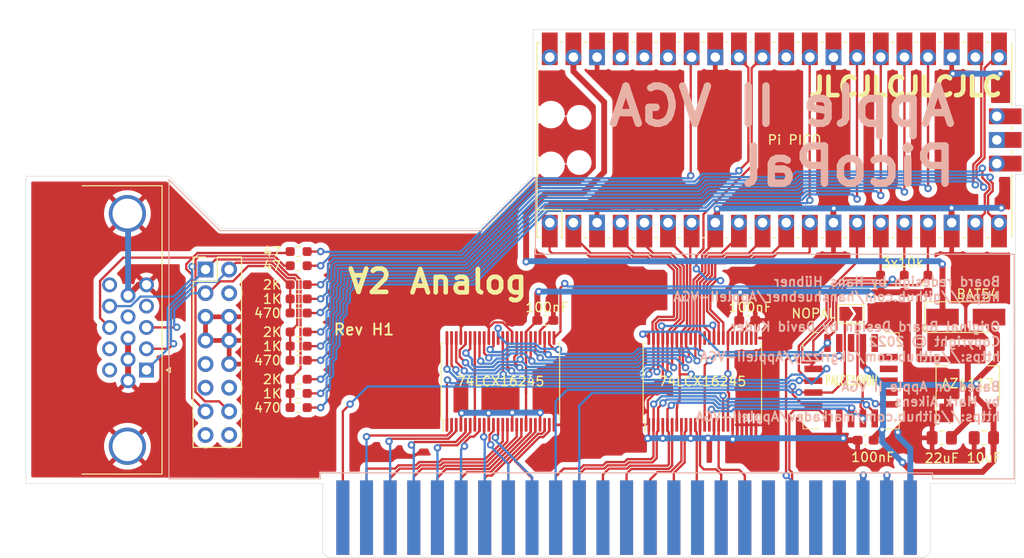
<source format=kicad_pcb>
(kicad_pcb (version 20211014) (generator pcbnew)
  (layers (0 "F.Cu" signal) (31 "B.Cu" signal) (34 "B.Paste" user) (35 "F.Paste" user) (36 "B.SilkS" user "B.Silkscreen") (37 "F.SilkS" user "F.Silkscreen") (38 "B.Mask" user) (39 "F.Mask" user) (44 "Edge.Cuts" user))
  (net 0 "")
  (net 1 "GND")
  (net 2 "+5V")
  (net 3 "A9")
  (net 4 "A0")
  (net 5 "A1")
  (net 6 "A8")
  (net 7 "A10")
  (net 8 "A2")
  (net 9 "A11")
  (net 10 "A3")
  (net 11 "A12")
  (net 12 "A4")
  (net 13 "A13")
  (net 14 "A5")
  (net 15 "A14")
  (net 16 "A6")
  (net 17 "A15")
  (net 18 "A7")
  (net 19 "D4")
  (net 20 "D0")
  (net 21 "D5")
  (net 22 "D1")
  (net 23 "D6")
  (net 24 "D2")
  (net 25 "D7")
  (net 26 "D3")
  (net 27 "Net-(J1-Pad23)")
  (net 28 "nWR")
  (net 29 "LPHI0")
  (net 30 "LR\\W")
  (net 31 "LD6")
  (net 32 "LD7")
  (net 33 "LD5")
  (net 34 "LD4")
  (net 35 "LD3")
  (net 36 "LD2")
  (net 37 "LD1")
  (net 38 "LD0")
  (net 39 "nROMINHIBIT")
  (net 40 "nLRESET")
  (net 41 "nSYSRESET")
  (net 42 "PHI0")
  (net 44 "nRDY")
  (net 45 "nNMI")
  (net 46 "nIRQ")
  (net 47 "-12V")
  (net 48 "-5V")
  (net 50 "7MHz")
  (net 51 "2MHz")
  (net 52 "PHI1")
  (net 53 "+12V")
  (net 54 "+3V3")
  (net 55 "USER1")
  (net 56 "nDMARQ")
  (net 57 "nIOSEL")
  (net 58 "nIOSTROBE")
  (net 59 "nDEVSEL")
  (net 60 "RED_OUT")
  (net 61 "R0")
  (net 62 "R1")
  (net 63 "R2")
  (net 64 "GREEN_OUT")
  (net 65 "G0")
  (net 66 "G1")
  (net 67 "G2")
  (net 68 "BLUE_OUT")
  (net 69 "B0")
  (net 70 "B1")
  (net 71 "B2")
  (net 72 "HSYNC_OUT")
  (net 73 "VSYNC_OUT")
  (net 74 "nDATAOE")
  (net 75 "nMSBOE")
  (net 76 "nLSBOE")
  (net 77 "nDATADIR")
  (net 78 "nCARDSEL")
  (net 79 "nLSEL")
  (net 80 "Net-(D1-Pad1)")
  (net 88 "Net-(R10-Pad1)")
  (net 89 "Net-(R11-Pad1)")
  (net 98 "Net-(J1-Pad24)")
  (footprint "STDBUS:AppleII" (layer "F.Cu") (at 142.11 128.65 90)
    (fp_text reference "J1" hide)
    (fp_text value "Apple II")
  )
  (footprint "Capacitor_SMD:C_0603_1608Metric_Pad1.08x0.95mm_HandSolder" (layer "F.Cu") (at 133.3848 109.05)
    (fp_text reference "C1")
    (fp_text value "100nF")
  )
  (footprint "Resistor_SMD:R_0603_1608Metric_Pad0.98x0.95mm_HandSolder" (layer "F.Cu") (at 106.8813 103.1748 180)
    (fp_text reference "R11")
    (fp_text value "47")
  )
  (footprint "Resistor_SMD:R_0603_1608Metric_Pad0.98x0.95mm_HandSolder" (layer "F.Cu") (at 169.402 105.113 -90)
    (fp_text reference "R12")
    (fp_text value "10K" hide)
  )
  (footprint "Resistor_SMD:R_0603_1608Metric_Pad0.98x0.95mm_HandSolder" (layer "F.Cu") (at 174.482 105.113 -90)
    (fp_text reference "R13")
    (fp_text value "10K" hide)
  )
  (footprint "Resistor_SMD:R_0603_1608Metric_Pad0.98x0.95mm_HandSolder" (layer "F.Cu") (at 171.942 105.113 -90)
    (fp_text reference "R14")
    (fp_text value "10K" hide)
  )
  (footprint "Connector_Dsub:DSUB-15-HD_Female_Horizontal_P2.29x1.98mm_EdgePinOffset3.03mm_Housed_MountingHolesOffset4.94mm" (layer "F.Cu") (at 90.535 114.384 -90)
    (fp_text reference "J2" hide)
    (fp_text value "DB15_Female_HighDensity_MountingHoles")
  )
  (footprint "Resistor_SMD:R_0603_1608Metric_Pad0.98x0.95mm_HandSolder" (layer "F.Cu") (at 106.8813 108.2548 180)
    (fp_text reference "R7")
    (fp_text value "470")
  )
  (footprint "Resistor_SMD:R_0603_1608Metric_Pad0.98x0.95mm_HandSolder" (layer "F.Cu") (at 106.8813 110.2868 180)
    (fp_text reference "R6")
    (fp_text value "2K")
  )
  (footprint "Resistor_SMD:R_0603_1608Metric_Pad0.98x0.95mm_HandSolder" (layer "F.Cu") (at 106.8813 118.4148 180)
    (fp_text reference "R1")
    (fp_text value "470")
  )
  (footprint "Resistor_SMD:R_0603_1608Metric_Pad0.98x0.95mm_HandSolder" (layer "F.Cu") (at 106.8813 116.8908 180)
    (fp_text reference "R2")
    (fp_text value "1K")
  )
  (footprint "Resistor_SMD:R_0603_1608Metric_Pad0.98x0.95mm_HandSolder" (layer "F.Cu") (at 106.8813 105.2068 180)
    (fp_text reference "R9")
    (fp_text value "2K")
  )
  (footprint "Resistor_SMD:R_0603_1608Metric_Pad0.98x0.95mm_HandSolder" (layer "F.Cu") (at 106.8813 101.6508 180)
    (fp_text reference "R10")
    (fp_text value "47")
  )
  (footprint "Resistor_SMD:R_0603_1608Metric_Pad0.98x0.95mm_HandSolder" (layer "F.Cu") (at 106.8813 106.7308 180)
    (fp_text reference "R8")
    (fp_text value "1K")
  )
  (footprint "Resistor_SMD:R_0603_1608Metric_Pad0.98x0.95mm_HandSolder" (layer "F.Cu") (at 106.8813 111.8108 180)
    (fp_text reference "R5")
    (fp_text value "1K")
  )
  (footprint "Resistor_SMD:R_0603_1608Metric_Pad0.98x0.95mm_HandSolder" (layer "F.Cu") (at 106.8813 115.3668 180)
    (fp_text reference "R3")
    (fp_text value "2K")
  )
  (footprint "Resistor_SMD:R_0603_1608Metric_Pad0.98x0.95mm_HandSolder" (layer "F.Cu") (at 106.8813 113.3348 180)
    (fp_text reference "R4")
    (fp_text value "470")
  )
  (footprint "Package_LCC:PLCC-20" (layer "F.Cu") (at 166.227 115.527)
    (fp_text reference "U5")
    (fp_text value "PALCE16V8H")
  )
  (footprint "Capacitor_SMD:C_0603_1608Metric_Pad1.08x0.95mm_HandSolder" (layer "F.Cu") (at 155.0764 109.05)
    (fp_text reference "C2")
    (fp_text value "100nF")
  )
  (footprint "Capacitor_SMD:C_0805_2012Metric_Pad1.18x1.45mm_HandSolder" (layer "F.Cu") (at 175.9712 121.666 180)
    (fp_text reference "C10" hide)
    (fp_text value "22uF")
  )
  (footprint "Capacitor_SMD:C_0805_2012Metric_Pad1.18x1.45mm_HandSolder" (layer "F.Cu") (at 180.4924 121.666 180)
    (fp_text reference "C11" hide)
    (fp_text value "10uF")
  )
  (footprint "Package_TO_SOT_SMD:SOT-223-3_TabPin2" (layer "F.Cu") (at 178.765 115.834 90)
    (fp_text reference "U7")
    (fp_text value "AZ1117")
  )
  (footprint "Diode_SMD:D_SMA_Handsoldering" (layer "F.Cu") (at 178.546 108.6944)
    (fp_text reference "D1" hide)
    (fp_text value "BAT54")
  )
  (footprint "Jumper:SolderJumper-2_P1.3mm_Open_TrianglePad1.0x1.5mm" (layer "F.Cu") (at 166.2016 108.3388)
    (fp_text reference "J3")
    (fp_text value "NOPAL")
  )
  (footprint "Capacitor_SMD:C_0603_1608Metric_Pad1.08x0.95mm_HandSolder" (layer "F.Cu") (at 167.7924 121.92 180)
    (fp_text reference "C3")
    (fp_text value "100nF")
  )
  (footprint "Package_SO:TSSOP-48_8x12.5mm_P0.5mm" (layer "F.Cu") (at 128.5588 115.6032 90)
    (fp_text reference "U1")
    (fp_text value "74LCX16245")
  )
  (footprint "MCU_RaspberryPi_and_Boards:RPi_Pico_SMD_TH" (layer "F.Cu") (at 157.988 89.662 90)
    (fp_text reference "U6")
    (fp_text value "Pi PICO")
  )
  (footprint "Connector_PinHeader_2.54mm:PinHeader_2x08_P2.54mm_Vertical" (layer "F.Cu") (at 96.8756 103.5812)
    (fp_text reference "J4")
    (fp_text value "Conn_02x08_Odd_Even")
  )
  (footprint "Package_SO:TSSOP-48_8x12.5mm_P0.5mm" (layer "F.Cu") (at 150.2504 115.6032 90)
    (fp_text reference "U2")
    (fp_text value "74LCX16245")
  )
  (gr_line (start 92.948 126.068) (end 109.204 126.068) (layer "B.SilkS") (width 0.12))
  (gr_line (start 174.99 126.068) (end 183.753 126.068) (layer "B.SilkS") (width 0.12))
  (gr_line (start 183.753 101.938) (end 183.753 126.068) (layer "B.SilkS") (width 0.12))
  (gr_line (start 109.204 125.433) (end 109.204 126.068) (layer "B.SilkS") (width 0.12))
  (gr_line (start 126.619 99.398) (end 98.409 99.398) (layer "B.SilkS") (width 0.12))
  (gr_line (start 109.204 125.433) (end 174.99 125.433) (layer "B.SilkS") (width 0.12))
  (gr_line (start 132.334 93.726) (end 126.619 99.398) (layer "B.SilkS") (width 0.12))
  (gr_line (start 132.318 101.938) (end 132.334 93.726) (layer "B.SilkS") (width 0.12))
  (gr_line (start 183.753 101.938) (end 132.318 101.938) (layer "B.SilkS") (width 0.12))
  (gr_line (start 92.948 93.937) (end 92.948 126.068) (layer "B.SilkS") (width 0.12))
  (gr_line (start 174.99 125.433) (end 174.99 126.068) (layer "B.SilkS") (width 0.12))
  (gr_line (start 98.409 99.398) (end 92.948 93.937) (layer "B.SilkS") (width 0.12))
  (gr_line (start 174.749 133.984) (end 174.749 126.576) (layer "Edge.Cuts") (width 0.05))
  (gr_line (start 109.979 134.492) (end 174.241 134.492) (layer "Edge.Cuts") (width 0.05))
  (gr_line (start 174.749 126.576) (end 183.88 126.576) (layer "Edge.Cuts") (width 0.05))
  (gr_line (start 109.979 134.492) (end 109.471 133.984) (layer "Edge.Cuts") (width 0.05))
  (gr_line (start 183.88 77.808) (end 132.064 77.808) (layer "Edge.Cuts") (width 0.05))
  (gr_line (start 174.241 134.492) (end 174.749 133.984) (layer "Edge.Cuts") (width 0.05))
  (gr_line (start 183.896 85.979) (end 183.88 77.808) (layer "Edge.Cuts") (width 0.05))
  (gr_line (start 77.581 126.576) (end 109.471 126.576) (layer "Edge.Cuts") (width 0.05))
  (gr_line (start 77.581 93.556) (end 77.581 126.576) (layer "Edge.Cuts") (width 0.05))
  (gr_line (start 183.896 93.345) (end 184.785 93.345) (layer "Edge.Cuts") (width 0.05))
  (gr_line (start 183.88 126.576) (end 183.896 93.345) (layer "Edge.Cuts") (width 0.05))
  (gr_line (start 132.064 93.472) (end 132.064 77.808) (layer "Edge.Cuts") (width 0.05))
  (gr_line (start 109.471 126.576) (end 109.471 133.984) (layer "Edge.Cuts") (width 0.05))
  (gr_line (start 77.581 93.556) (end 92.948 93.556) (layer "Edge.Cuts") (width 0.05))
  (gr_line (start 98.536 99.144) (end 126.365 99.144) (layer "Edge.Cuts") (width 0.05))
  (gr_line (start 126.365 99.144) (end 132.064 93.472) (layer "Edge.Cuts") (width 0.05))
  (gr_line (start 184.785 93.345) (end 184.785 85.979) (layer "Edge.Cuts") (width 0.05))
  (gr_line (start 92.948 93.556) (end 98.536 99.144) (layer "Edge.Cuts") (width 0.05))
  (gr_line (start 184.785 85.979) (end 183.896 85.979) (layer "Edge.Cuts") (width 0.05))
  (gr_text "Board redesign by Hans Hübner\nhttps://github.com/hanshuebner/AppleII-VGA\n\nOriginal Board Design by David Kuder\nCopyright © 2022\nhttps://github.com/dkgrizzly/AppleII-VGA\n\nBased on Apple II VGA\nby Mark Aikens\nhttps://github.com/markadev/AppleII-VGA" (at 182.372 112.141) (layer "B.SilkS") (effects (font (size 1 1) (thickness 0.2)) (justify left mirror)))
  (gr_text "Apple II VGA\nPicoPal" (at 177.8 89.281) (layer "B.SilkS") (effects (font (size 4 4) (thickness 0.8)) (justify left mirror)))
  (gr_text "Rev H1" (at 113.8936 110.0328) (layer "F.SilkS") (effects (font (size 1.2 1.2) (thickness 0.2))))
  (gr_text "Analog" (at 125.1204 104.902) (layer "F.SilkS") (effects (font (size 2.5 2.5) (thickness 0.5))))
  (gr_text "∀2" (at 114.5032 104.8512) (layer "F.SilkS") (effects (font (size 2.5 2.5) (thickness 0.5))))
  (gr_text "3x10k" (at 171.7548 102.8192) (layer "F.SilkS") (effects (font (size 1 1))))
  (gr_text "JLCJLCJLCJLC" (at 172.085 83.947) (layer "F.SilkS") (effects (font (size 2 2) (thickness 0.5))))
  (segment (start 132.8088 110.9407) (end 132.8088 110.1676) (width 0.25) (layer "F.Cu") (net 1))
  (segment (start 129.8088 110.278936) (end 128.796508 109.266644) (width 0.25) (layer "F.Cu") (net 1))
  (segment (start 146.0004 120.2657) (end 146.0004 121.6737) (width 0.25) (layer "F.Cu") (net 1))
  (segment (start 151.5004 120.2657) (end 151.5004 121.3464) (width 0.25) (layer "F.Cu") (net 1))
  (segment (start 127.2888 120.2457) (end 127.3088 120.2657) (width 0.25) (layer "F.Cu") (net 1))
  (segment (start 146.0004 110.9407) (end 146.0004 109.7692) (width 0.25) (layer "F.Cu") (net 1))
  (segment (start 132.826 118.956) (end 132.826 120.2485) (width 0.25) (layer "F.Cu") (net 1))
  (segment (start 149.3004 109.978936) (end 149.0004 110.278936) (width 0.25) (layer "F.Cu") (net 1))
  (segment (start 144.393 120.1583) (end 144.5004 120.2657) (width 0.25) (layer "F.Cu") (net 1))
  (segment (start 124.6124 109.474) (end 124.3076 109.7788) (width 0.25) (layer "F.Cu") (net 1))
  (segment (start 127.3088 110.9407) (end 127.3088 109.8336) (width 0.25) (layer "F.Cu") (net 1))
  (segment (start 151.837089 99.439911) (end 151.622 99.655) (width 0.635) (layer "F.Cu") (net 1))
  (segment (start 149.0004 110.278936) (end 149.0004 110.9407) (width 0.25) (layer "F.Cu") (net 1))
  (segment (start 134.3088 119.2196) (end 134.3088 120.2657) (width 0.25) (layer "F.Cu") (net 1))
  (segment (start 124.3088 120.2657) (end 124.3088 119.0912) (width 0.25) (layer "F.Cu") (net 1))
  (segment (start 144.393 117.6506) (end 144.393 120.1583) (width 0.25) (layer "F.Cu") (net 1))
  (segment (start 151.5004 121.3464) (end 151.1476 121.6992) (width 0.25) (layer "F.Cu") (net 1))
  (segment (start 149.3004 104.694484) (end 149.3004 109.978936) (width 0.25) (layer "F.Cu") (net 1))
  (segment (start 151.622 100.6) (end 150.231 101.991) (width 0.25) (layer "F.Cu") (net 1))
  (segment (start 151.1476 121.6992) (end 150.8584 121.6992) (width 0.25) (layer "F.Cu") (net 1))
  (segment (start 127.2888 119.0068) (end 127.2888 120.2457) (width 0.25) (layer "F.Cu") (net 1))
  (segment (start 156.0004 110.9407) (end 156.0004 109.1115) (width 0.25) (layer "F.Cu") (net 1))
  (segment (start 89.7 105.224) (end 88.555 106.369) (width 0.635) (layer "F.Cu") (net 1))
  (segment (start 146.0004 109.7692) (end 145.8759 109.6447) (width 0.25) (layer "F.Cu") (net 1))
  (segment (start 144.5004 120.2657) (end 144.5004 121.5747) (width 0.25) (layer "F.Cu") (net 1))
  (segment (start 177.022 96.9596) (end 177.022 99.655) (width 0.635) (layer "F.Cu") (net 1))
  (segment (start 172.8724 119.4308) (end 176.0182 119.4308) (width 0.635) (layer "F.Cu") (net 1))
  (segment (start 146.0004 116.0432) (end 144.393 117.6506) (width 0.25) (layer "F.Cu") (net 1))
  (segment (start 88.555 113.239) (end 88.555 115.529) (width 0.635) (layer "F.Cu") (net 1))
  (segment (start 150.231 103.763884) (end 149.3004 104.694484) (width 0.25) (layer "F.Cu") (net 1))
  (segment (start 149.0004 121.6737) (end 149.0259 121.6992) (width 0.25) (layer "F.Cu") (net 1))
  (segment (start 164.957 119.5795) (end 164.957 121.2674) (width 0.635) (layer "F.Cu") (net 1))
  (segment (start 146.0004 110.9407) (end 146.0004 116.0432) (width 0.25) (layer "F.Cu") (net 1))
  (segment (start 133.9264 109.05) (end 134.2473 109.05) (width 0.25) (layer "F.Cu") (net 1))
  (segment (start 164.322 97.0612) (end 164.3728 97.0104) (width 0.635) (layer "F.Cu") (net 1))
  (segment (start 132.826 120.2485) (end 132.8088 120.2657) (width 0.25) (layer "F.Cu") (net 1))
  (segment (start 151.5004 109.6825) (end 151.3759 109.558) (width 0.25) (layer "F.Cu") (net 1))
  (segment (start 150.231 101.991) (end 150.231 103.763884) (width 0.25) (layer "F.Cu") (net 1))
  (segment (start 154.5004 110.9407) (end 154.5004 110.278936) (width 0.25) (layer "F.Cu") (net 1))
  (segment (start 153.5016 121.75) (end 153.5016 120.2669) (width 0.25) (layer "F.Cu") (net 1))
  (segment (start 151.837089 97.073089) (end 151.837089 99.439911) (width 0.635) (layer "F.Cu") (net 1))
  (segment (start 176.0182 119.4308) (end 176.465 118.984) (width 0.635) (layer "F.Cu") (net 1))
  (segment (start 153.5016 120.2669) (end 153.5004 120.2657) (width 0.25) (layer "F.Cu") (net 1))
  (segment (start 128.796508 109.266644) (end 127.875756 109.266644) (width 0.25) (layer "F.Cu") (net 1))
  (segment (start 90.535 105.224) (end 89.7 105.224) (width 0.635) (layer "F.Cu") (net 1))
  (segment (start 132.826 118.956) (end 134.0452 118.956) (width 0.25) (layer "F.Cu") (net 1))
  (segment (start 164.322 99.655) (end 164.322 97.0612) (width 0.635) (layer "F.Cu") (net 1))
  (segment (start 166.9299 121.92) (end 165.6096 121.92) (width 0.635) (layer "F.Cu") (net 1))
  (segment (start 165.6096 121.92) (end 165.3888 121.6992) (width 0.635) (layer "F.Cu") (net 1))
  (segment (start 124.3088 119.0912) (end 124.3932 119.0068) (width 0.25) (layer "F.Cu") (net 1))
  (segment (start 134.0452 118.956) (end 134.3088 119.2196) (width 0.25) (layer "F.Cu") (net 1))
  (segment (start 171.2468 121.0564) (end 172.8724 119.4308) (width 0.635) (layer "F.Cu") (net 1))
  (segment (start 127.875756 109.266644) (end 127.3088 109.8336) (width 0.25) (layer "F.Cu") (net 1))
  (segment (start 164.957 121.2674) (end 165.3888 121.6992) (width 0.635) (layer "F.Cu") (net 1))
  (segment (start 151.5004 110.9407) (end 151.5004 109.6825) (width 0.25) (layer "F.Cu") (net 1))
  (segment (start 129.8288 120.2457) (end 129.8088 120.2657) (width 0.25) (layer "F.Cu") (net 1))
  (segment (start 124.3076 110.9395) (end 124.3088 110.9407) (width 0.25) (layer "F.Cu") (net 1))
  (segment (start 129.8088 110.9407) (end 129.8088 110.278936) (width 0.25) (layer "F.Cu") (net 1))
  (segment (start 156.0004 109.1115) (end 155.9389 109.05) (width 0.25) (layer "F.Cu") (net 1))
  (segment (start 151.622 99.655) (end 151.622 100.6) (width 0.25) (layer "F.Cu") (net 1))
  (segment (start 88.555 110.949) (end 88.555 113.239) (width 0.635) (layer "F.Cu") (net 1))
  (segment (start 129.8288 118.956) (end 129.8288 120.2457) (width 0.25) (layer "F.Cu") (net 1))
  (segment (start 132.8088 110.1676) (end 133.9264 109.05) (width 0.25) (layer "F.Cu") (net 1))
  (segment (start 149.0004 120.2657) (end 149.0004 121.6737) (width 0.25) (layer "F.Cu") (net 1))
  (segment (start 155.729336 109.05) (end 155.9389 109.05) (width 0.25) (layer "F.Cu") (net 1))
  (segment (start 124.3076 109.7788) (end 124.3076 110.9395) (width 0.25) (layer "F.Cu") (net 1))
  (segment (start 146.0004 121.6737) (end 145.9749 121.6992) (width 0.25) (layer "F.Cu") (net 1))
  (segment (start 127.3088 109.8336) (end 126.9492 109.474) (width 0.25) (layer "F.Cu") (net 1))
  (segment (start 126.9492 109.474) (end 124.6124 109.474) (width 0.25) (layer "F.Cu") (net 1))
  (segment (start 144.5004 121.5747) (end 144.3759 121.6992) (width 0.25) (layer "F.Cu") (net 1))
  (segment (start 154.5004 110.278936) (end 155.729336 109.05) (width 0.25) (layer "F.Cu") (net 1))
  (via (at 177.165 82.55) (size 0.8) (drill 0.4) (layers "F.Cu" "B.Cu") (net 1))
  (via (at 129.8288 118.956) (size 0.8) (drill 0.4) (layers "F.Cu" "B.Cu") (net 1))
  (via (at 150.8584 121.6992) (size 0.8) (drill 0.4) (layers "F.Cu" "B.Cu") (net 1))
  (via (at 124.3932 119.0068) (size 0.8) (drill 0.4) (layers "F.Cu" "B.Cu") (net 1))
  (via (at 127.2888 119.0068) (size 0.8) (drill 0.4) (layers "F.Cu" "B.Cu") (net 1))
  (via (at 171.2468 121.0564) (size 0.8) (drill 0.4) (layers "F.Cu" "B.Cu") (net 1))
  (via (at 182.372 96.9596) (size 0.8) (drill 0.4) (layers "F.Cu" "B.Cu") (net 1))
  (via (at 151.3759 109.558) (size 0.8) (drill 0.4) (layers "F.Cu" "B.Cu") (net 1))
  (via (at 145.8759 109.6447) (size 0.8) (drill 0.4) (layers "F.Cu" "B.Cu") (net 1))
  (via (at 132.826 118.956) (size 0.8) (drill 0.4) (layers "F.Cu" "B.Cu") (net 1))
  (via (at 177.022 96.9596) (size 0.8) (drill 0.4) (layers "F.Cu" "B.Cu") (net 1))
  (via (at 144.3736 121.7168) (size 0.8) (drill 0.4) (layers "F.Cu" "B.Cu") (net 1))
  (via (at 153.5176 121.8184) (size 0.8) (drill 0.4) (layers "F.Cu" "B.Cu") (net 1))
  (via (at 165.3888 121.6992) (size 0.8) (drill 0.4) (layers "F.Cu" "B.Cu") (net 1))
  (via (at 182.245 82.55) (size 0.8) (drill 0.4) (layers "F.Cu" "B.Cu") (net 1))
  (via (at 151.837089 97.073089) (size 0.8) (drill 0.4) (layers "F.Cu" "B.Cu") (net 1))
  (via (at 145.9992 121.7168) (size 0.8) (drill 0.4) (layers "F.Cu" "B.Cu") (net 1))
  (via (at 148.9964 121.7168) (size 0.8) (drill 0.4) (layers "F.Cu" "B.Cu") (net 1))
  (via (at 164.3728 97.0104) (size 0.8) (drill 0.4) (layers "F.Cu" "B.Cu") (net 1))
  (segment (start 165.3888 121.6992) (end 144.3912 121.6992) (width 0.635) (layer "B.Cu") (net 1))
  (segment (start 151.899778 97.0104) (end 151.837089 97.073089) (width 0.635) (layer "B.Cu") (net 1))
  (segment (start 164.3728 97.0104) (end 176.9712 97.0104) (width 0.635) (layer "B.Cu") (net 1))
  (segment (start 129.8288 118.9736) (end 127.3396 118.9736) (width 0.635) (layer "B.Cu") (net 1))
  (segment (start 151.3759 109.558) (end 151.2235 109.7104) (width 0.25) (layer "B.Cu") (net 1))
  (segment (start 127.3396 118.956) (end 127.2888 119.0068) (width 0.25) (layer "B.Cu") (net 1))
  (segment (start 127.2794 118.9736) (end 124.3838 118.9736) (width 0.635) (layer "B.Cu") (net 1))
  (segment (start 172.59 122.812) (end 172.59 130.2375) (width 0.635) (layer "B.Cu") (net 1))
  (segment (start 144.3912 121.6992) (end 144.3736 121.7168) (width 0.635) (layer "B.Cu") (net 1))
  (segment (start 177.165 82.55) (end 182.245 82.55) (width 0.635) (layer "B.Cu") (net 1))
  (segment (start 176.9712 97.0104) (end 177.022 96.9596) (width 0.635) (layer "B.Cu") (net 1))
  (segment (start 145.8759 109.6447) (end 151.2892 109.6447) (width 0.25) (layer "B.Cu") (net 1))
  (segment (start 177.022 96.9596) (end 182.372 96.9596) (width 0.635) (layer "B.Cu") (net 1))
  (segment (start 171.2468 121.0564) (end 171.2468 121.4688) (width 0.635) (layer "B.Cu") (net 1))
  (segment (start 88.555 97.639) (end 88.485 97.569) (width 0.635) (layer "B.Cu") (net 1))
  (segment (start 151.2892 109.6447) (end 151.3759 109.558) (width 0.25) (layer "B.Cu") (net 1))
  (segment (start 88.555 106.369) (end 88.555 97.639) (width 0.635) (layer "B.Cu") (net 1))
  (segment (start 132.8166 118.956) (end 129.8194 118.956) (width 0.635) (layer "B.Cu") (net 1))
  (segment (start 171.2468 121.4688) (end 172.59 122.812) (width 0.635) (layer "B.Cu") (net 1))
  (segment (start 164.3728 97.0104) (end 151.899778 97.0104) (width 0.635) (layer "B.Cu") (net 1))
  (segment (start 167.497 113.9014) (end 167.9796 114.384) (width 0.635) (layer "F.Cu") (net 2))
  (segment (start 168.6549 121.674615) (end 169.563404 120.766111) (width 0.635) (layer "F.Cu") (net 2))
  (segment (start 181.8988 113.2852) (end 181.8988 110.574) (width 0.635) (layer "F.Cu") (net 2))
  (segment (start 179.6796 115.5044) (end 181.8988 113.2852) (width 0.635) (layer "F.Cu") (net 2))
  (segment (start 179.6796 117.3136) (end 181.065 118.699) (width 0.635) (layer "F.Cu") (net 2))
  (segment (start 180.34 125.3236) (end 181.5299 124.1337) (width 0.635) (layer "F.Cu") (net 2))
  (segment (start 172.59 130.2375) (end 172.59 125.2168) (width 0.635) (layer "F.Cu") (net 2))
  (segment (start 181.5299 121.666) (end 181.5299 119.4489) (width 0.635) (layer "F.Cu") (net 2))
  (segment (start 167.497 111.4745) (end 167.497 113.9014) (width 0.635) (layer "F.Cu") (net 2))
  (segment (start 181.046 109.7212) (end 181.046 108.6944) (width 0.635) (layer "F.Cu") (net 2))
  (segment (start 181.5299 119.4489) (end 181.065 118.984) (width 0.635) (layer "F.Cu") (net 2))
  (segment (start 179.6796 115.824) (end 179.6796 115.5044) (width 0.635) (layer "F.Cu") (net 2))
  (segment (start 171.7548 124.3076) (end 172.59 125.1428) (width 0.635) (layer "F.Cu") (net 2))
  (segment (start 172.6968 125.3236) (end 180.34 125.3236) (width 0.635) (layer "F.Cu") (net 2))
  (segment (start 181.8988 110.574) (end 181.046 109.7212) (width 0.635) (layer "F.Cu") (net 2))
  (segment (start 172.59 125.2168) (end 172.6968 125.3236) (width 0.635) (layer "F.Cu") (net 2))
  (segment (start 181.5299 124.1337) (end 181.5299 121.666) (width 0.635) (layer "F.Cu") (net 2))
  (segment (start 168.6549 121.92) (end 168.6549 121.674615) (width 0.635) (layer "F.Cu") (net 2))
  (segment (start 172.59 125.1428) (end 172.59 125.2168) (width 0.635) (layer "F.Cu") (net 2))
  (segment (start 181.065 118.699) (end 181.065 118.984) (width 0.635) (layer "F.Cu") (net 2))
  (segment (start 179.6796 115.824) (end 179.6796 117.3136) (width 0.635) (layer "F.Cu") (net 2))
  (via (at 167.9796 114.384) (size 0.8) (drill 0.4) (layers "F.Cu" "B.Cu") (net 2))
  (via (at 169.563404 120.766111) (size 0.8) (drill 0.4) (layers "F.Cu" "B.Cu") (net 2))
  (via (at 179.6796 115.824) (size 0.8) (drill 0.4) (layers "F.Cu" "B.Cu") (net 2))
  (via (at 171.7548 124.3076) (size 0.8) (drill 0.4) (layers "F.Cu" "B.Cu") (net 2))
  (segment (start 179.6796 115.824) (end 179.5272 115.9764) (width 0.635) (layer "B.Cu") (net 2))
  (segment (start 169.6607 120.668815) (end 169.6607 116.0651) (width 0.635) (layer "B.Cu") (net 2))
  (segment (start 169.563404 120.766111) (end 169.6607 120.668815) (width 0.635) (layer "B.Cu") (net 2))
  (segment (start 179.5272 115.9764) (end 169.572 115.9764) (width 0.635) (layer "B.Cu") (net 2))
  (segment (start 169.6607 116.0651) (end 167.9796 114.384) (width 0.635) (layer "B.Cu") (net 2))
  (segment (start 171.7548 124.3076) (end 169.563404 122.116204) (width 0.635) (layer "B.Cu") (net 2))
  (segment (start 169.563404 122.116204) (end 169.563404 120.766111) (width 0.635) (layer "B.Cu") (net 2))
  (segment (start 169.572 115.9764) (end 167.9796 114.384) (width 0.635) (layer "B.Cu") (net 2))
  (segment (start 139.730226 124.968) (end 140.080225 124.618) (width 0.25) (layer "F.Cu") (net 3))
  (segment (start 142.023652 124.618) (end 142.334852 124.3068) (width 0.25) (layer "F.Cu") (net 3))
  (segment (start 137.03 125.5724) (end 137.6344 124.968) (width 0.25) (layer "F.Cu") (net 3))
  (segment (start 137.6344 124.968) (end 139.730226 124.968) (width 0.25) (layer "F.Cu") (net 3))
  (segment (start 168.767 119.5795) (end 168.767 118.9963) (width 0.25) (layer "F.Cu") (net 3))
  (segment (start 145.5004 120.927464) (end 145.5004 120.2657) (width 0.25) (layer "F.Cu") (net 3))
  (segment (start 168.767 118.9963) (end 167.878 118.1073) (width 0.25) (layer "F.Cu") (net 3))
  (segment (start 137.03 130.2375) (end 137.03 125.5724) (width 0.25) (layer "F.Cu") (net 3))
  (segment (start 144.886574 124.3068) (end 145.3504 123.842974) (width 0.25) (layer "F.Cu") (net 3))
  (segment (start 140.080225 124.618) (end 142.023652 124.618) (width 0.25) (layer "F.Cu") (net 3))
  (segment (start 142.334852 124.3068) (end 144.886574 124.3068) (width 0.25) (layer "F.Cu") (net 3))
  (segment (start 146.023017 117.919761) (end 145.5004 118.442378) (width 0.25) (layer "F.Cu") (net 3))
  (segment (start 145.3504 121.077464) (end 145.5004 120.927464) (width 0.25) (layer "F.Cu") (net 3))
  (segment (start 145.3504 123.842974) (end 145.3504 121.077464) (width 0.25) (layer "F.Cu") (net 3))
  (segment (start 145.5004 118.442378) (end 145.5004 120.2657) (width 0.25) (layer "F.Cu") (net 3))
  (via (at 167.878 118.1073) (size 0.8) (drill 0.4) (layers "F.Cu" "B.Cu") (net 3))
  (via (at 146.023017 117.919761) (size 0.8) (drill 0.4) (layers "F.Cu" "B.Cu") (net 3))
  (segment (start 167.878 118.1073) (end 167.6035 117.8328) (width 0.25) (layer "B.Cu") (net 3))
  (segment (start 146.396178 117.5466) (end 146.023017 117.919761) (width 0.25) (layer "B.Cu") (net 3))
  (segment (start 146.396178 117.5466) (end 151.532241 117.5466) (width 0.25) (layer "B.Cu") (net 3))
  (segment (start 153.152758 117.8328) (end 167.6035 117.8328) (width 0.25) (layer "B.Cu") (net 3))
  (segment (start 152.943379 118.042179) (end 152.889458 118.0961) (width 0.25) (layer "B.Cu") (net 3))
  (segment (start 153.152758 117.8328) (end 152.943379 118.042179) (width 0.25) (layer "B.Cu") (net 3))
  (segment (start 152.889458 118.0961) (end 152.081741 118.0961) (width 0.25) (layer "B.Cu") (net 3))
  (segment (start 151.532241 117.5466) (end 152.081741 118.0961) (width 0.25) (layer "B.Cu") (net 3))
  (segment (start 117.600525 124.618) (end 117.250526 124.968) (width 0.25) (layer "F.Cu") (net 4))
  (segment (start 114.1752 124.968) (end 114.17 124.9628) (width 0.25) (layer "F.Cu") (net 4))
  (segment (start 126.9029 123.9647) (end 122.281877 123.9647) (width 0.25) (layer "F.Cu") (net 4))
  (segment (start 119.83755 124.268) (end 119.48755 124.618) (width 0.25) (layer "F.Cu") (net 4))
  (segment (start 114.17 124.9628) (end 114.17 130.2375) (width 0.25) (layer "F.Cu") (net 4))
  (segment (start 119.48755 124.618) (end 117.600525 124.618) (width 0.25) (layer "F.Cu") (net 4))
  (segment (start 128.8088 122.0588) (end 126.9029 123.9647) (width 0.25) (layer "F.Cu") (net 4))
  (segment (start 122.281877 123.9647) (end 121.978577 124.268) (width 0.25) (layer "F.Cu") (net 4))
  (segment (start 121.978577 124.268) (end 119.83755 124.268) (width 0.25) (layer "F.Cu") (net 4))
  (segment (start 117.250526 124.968) (end 114.1752 124.968) (width 0.25) (layer "F.Cu") (net 4))
  (segment (start 128.8088 120.2657) (end 128.8088 122.0588) (width 0.25) (layer "F.Cu") (net 4))
  (segment (start 117.7455 124.968) (end 119.632526 124.968) (width 0.25) (layer "F.Cu") (net 5))
  (segment (start 122.426852 124.3147) (end 127.047874 124.3147) (width 0.25) (layer "F.Cu") (net 5))
  (segment (start 116.71 126.0035) (end 117.7455 124.968) (width 0.25) (layer "F.Cu") (net 5))
  (segment (start 122.123552 124.618) (end 122.426852 124.3147) (width 0.25) (layer "F.Cu") (net 5))
  (segment (start 127.047874 124.3147) (end 129.3088 122.053774) (width 0.25) (layer "F.Cu") (net 5))
  (segment (start 129.3088 122.053774) (end 129.3088 120.2657) (width 0.25) (layer "F.Cu") (net 5))
  (segment (start 116.71 130.2375) (end 116.71 126.0035) (width 0.25) (layer "F.Cu") (net 5))
  (segment (start 119.632526 124.968) (end 119.982525 124.618) (width 0.25) (layer "F.Cu") (net 5))
  (segment (start 119.982525 124.618) (end 122.123552 124.618) (width 0.25) (layer "F.Cu") (net 5))
  (segment (start 145.0004 123.698) (end 145.0004 120.2657) (width 0.25) (layer "F.Cu") (net 6))
  (segment (start 141.878678 124.268) (end 142.189878 123.9568) (width 0.25) (layer "F.Cu") (net 6))
  (segment (start 139.58525 124.618) (end 139.93525 124.268) (width 0.25) (layer "F.Cu") (net 6))
  (segment (start 145.018 120.2481) (end 145.0004 120.2657) (width 0.25) (layer "F.Cu") (net 6))
  (segment (start 168.9194 118.067) (end 168.8432 117.9908) (width 0.25) (layer "F.Cu") (net 6))
  (segment (start 137.139426 124.968) (end 137.489426 124.618) (width 0.25) (layer "F.Cu") (net 6))
  (segment (start 134.49 130.2375) (end 134.49 125.8264) (width 0.25) (layer "F.Cu") (net 6))
  (segment (start 137.489426 124.618) (end 139.58525 124.618) (width 0.25) (layer "F.Cu") (net 6))
  (segment (start 142.189878 123.9568) (end 144.7416 123.9568) (width 0.25) (layer "F.Cu") (net 6))
  (segment (start 135.3484 124.968) (end 137.139426 124.968) (width 0.25) (layer "F.Cu") (net 6))
  (segment (start 145.018 118.0416) (end 145.018 120.2481) (width 0.25) (layer "F.Cu") (net 6))
  (segment (start 134.49 125.8264) (end 135.3484 124.968) (width 0.25) (layer "F.Cu") (net 6))
  (segment (start 144.7416 123.9568) (end 145.0004 123.698) (width 0.25) (layer "F.Cu") (net 6))
  (segment (start 139.93525 124.268) (end 141.878678 124.268) (width 0.25) (layer "F.Cu") (net 6))
  (segment (start 170.2795 118.067) (end 168.9194 118.067) (width 0.25) (layer "F.Cu") (net 6))
  (via (at 145.018 118.0416) (size 0.8) (drill 0.4) (layers "F.Cu" "B.Cu") (net 6))
  (via (at 168.8432 117.9908) (size 0.8) (drill 0.4) (layers "F.Cu" "B.Cu") (net 6))
  (segment (start 152.226716 117.7461) (end 151.677216 117.1966) (width 0.25) (layer "B.Cu") (net 6))
  (segment (start 145.863 117.1966) (end 145.018 118.0416) (width 0.25) (layer "B.Cu") (net 6))
  (segment (start 151.677216 117.1966) (end 145.863 117.1966) (width 0.25) (layer "B.Cu") (net 6))
  (segment (start 168.3352 117.4828) (end 153.007784 117.4828) (width 0.25) (layer "B.Cu") (net 6))
  (segment (start 168.8432 117.9908) (end 168.3352 117.4828) (width 0.25) (layer "B.Cu") (net 6))
  (segment (start 153.007784 117.4828) (end 152.744484 117.7461) (width 0.25) (layer "B.Cu") (net 6))
  (segment (start 152.744484 117.7461) (end 152.226716 117.7461) (width 0.25) (layer "B.Cu") (net 6))
  (segment (start 139.57 130.2375) (end 139.57 125.6232) (width 0.25) (layer "F.Cu") (net 7))
  (segment (start 146.6504 124.512452) (end 146.6504 121.077464) (width 0.25) (layer "F.Cu") (net 7))
  (segment (start 166.227 118.5335) (end 166.3032 118.4573) (width 0.25) (layer "F.Cu") (net 7))
  (segment (start 142.168626 124.968) (end 142.479826 124.6568) (width 0.25) (layer "F.Cu") (net 7))
  (segment (start 140.2252 124.968) (end 142.168626 124.968) (width 0.25) (layer "F.Cu") (net 7))
  (segment (start 139.57 125.6232) (end 140.2252 124.968) (width 0.25) (layer "F.Cu") (net 7))
  (segment (start 146.5004 118.592867) (end 146.922167 118.1711) (width 0.25) (layer "F.Cu") (net 7))
  (segment (start 146.506052 124.6568) (end 146.6504 124.512452) (width 0.25) (layer "F.Cu") (net 7))
  (segment (start 142.479826 124.6568) (end 146.506052 124.6568) (width 0.25) (layer "F.Cu") (net 7))
  (segment (start 146.6504 121.077464) (end 146.5004 120.927464) (width 0.25) (layer "F.Cu") (net 7))
  (segment (start 146.5004 120.927464) (end 146.5004 120.2657) (width 0.25) (layer "F.Cu") (net 7))
  (segment (start 146.5004 120.2657) (end 146.5004 118.592867) (width 0.25) (layer "F.Cu") (net 7))
  (segment (start 166.227 119.5795) (end 166.227 118.5335) (width 0.25) (layer "F.Cu") (net 7))
  (via (at 146.922167 118.1711) (size 0.8) (drill 0.4) (layers "F.Cu" "B.Cu") (net 7))
  (via (at 166.3032 118.4573) (size 0.8) (drill 0.4) (layers "F.Cu" "B.Cu") (net 7))
  (segment (start 151.936767 118.4461) (end 151.399333 117.908666) (width 0.25) (layer "B.Cu") (net 7))
  (segment (start 151.936767 118.4461) (end 153.034432 118.4461) (width 0.25) (layer "B.Cu") (net 7))
  (segment (start 153.034432 118.4461) (end 153.297732 118.1828) (width 0.25) (layer "B.Cu") (net 7))
  (segment (start 166.3032 118.4573) (end 166.0287 118.1828) (width 0.25) (layer "B.Cu") (net 7))
  (segment (start 153.297732 118.1828) (end 166.0287 118.1828) (width 0.25) (layer "B.Cu") (net 7))
  (segment (start 147.196667 117.8966) (end 151.387267 117.8966) (width 0.25) (layer "B.Cu") (net 7))
  (segment (start 151.399333 117.908666) (end 151.387267 117.8966) (width 0.25) (layer "B.Cu") (net 7))
  (segment (start 147.196667 117.8966) (end 146.922167 118.1711) (width 0.25) (layer "B.Cu") (net 7))
  (segment (start 120.1275 124.968) (end 122.268526 124.968) (width 0.25) (layer "F.Cu") (net 8))
  (segment (start 122.571826 124.6647) (end 127.192849 124.6647) (width 0.25) (layer "F.Cu") (net 8))
  (segment (start 130.3088 121.548749) (end 130.3088 120.2657) (width 0.25) (layer "F.Cu") (net 8))
  (segment (start 119.25 125.8455) (end 120.1275 124.968) (width 0.25) (layer "F.Cu") (net 8))
  (segment (start 119.25 130.2375) (end 119.25 125.8455) (width 0.25) (layer "F.Cu") (net 8))
  (segment (start 122.268526 124.968) (end 122.571826 124.6647) (width 0.25) (layer "F.Cu") (net 8))
  (segment (start 127.192849 124.6647) (end 130.3088 121.548749) (width 0.25) (layer "F.Cu") (net 8))
  (segment (start 146.651026 125.0068) (end 147.0004 124.657426) (width 0.25) (layer "F.Cu") (net 9))
  (segment (start 142.6248 125.0068) (end 146.651026 125.0068) (width 0.25) (layer "F.Cu") (net 9))
  (segment (start 147.0004 124.657426) (end 147.0004 120.2657) (width 0.25) (layer "F.Cu") (net 9))
  (segment (start 142.11 125.5216) (end 142.6248 125.0068) (width 0.25) (layer "F.Cu") (net 9))
  (segment (start 142.11 130.2375) (end 142.11 125.5216) (width 0.25) (layer "F.Cu") (net 9))
  (segment (start 130.8088 121.543723) (end 130.8088 120.2657) (width 0.25) (layer "F.Cu") (net 10))
  (segment (start 122.7168 125.0147) (end 127.337823 125.0147) (width 0.25) (layer "F.Cu") (net 10))
  (segment (start 121.79 125.9415) (end 122.7168 125.0147) (width 0.25) (layer "F.Cu") (net 10))
  (segment (start 121.79 130.2375) (end 121.79 125.9415) (width 0.25) (layer "F.Cu") (net 10))
  (segment (start 127.337823 125.0147) (end 130.8088 121.543723) (width 0.25) (layer "F.Cu") (net 10))
  (segment (start 144.65 126.1312) (end 145.4244 125.3568) (width 0.25) (layer "F.Cu") (net 11))
  (segment (start 144.65 130.2375) (end 144.65 126.1312) (width 0.25) (layer "F.Cu") (net 11))
  (segment (start 146.796 125.3568) (end 148.0004 124.1524) (width 0.25) (layer "F.Cu") (net 11))
  (segment (start 145.4244 125.3568) (end 146.796 125.3568) (width 0.25) (layer "F.Cu") (net 11))
  (segment (start 148.0004 124.1524) (end 148.0004 120.2657) (width 0.25) (layer "F.Cu") (net 11))
  (segment (start 124.9528 125.3647) (end 127.482797 125.3647) (width 0.25) (layer "F.Cu") (net 12))
  (segment (start 127.482797 125.3647) (end 131.8088 121.038697) (width 0.25) (layer "F.Cu") (net 12))
  (segment (start 124.33 130.2375) (end 124.33 125.9875) (width 0.25) (layer "F.Cu") (net 12))
  (segment (start 124.33 125.9875) (end 124.9528 125.3647) (width 0.25) (layer "F.Cu") (net 12))
  (segment (start 131.8088 121.038697) (end 131.8088 120.2657) (width 0.25) (layer "F.Cu") (net 12))
  (segment (start 148.3504 124.297374) (end 148.3504 121.077464) (width 0.25) (layer "F.Cu") (net 13))
  (segment (start 148.3504 121.077464) (end 148.5004 120.927464) (width 0.25) (layer "F.Cu") (net 13))
  (segment (start 147.19 125.457774) (end 148.3504 124.297374) (width 0.25) (layer "F.Cu") (net 13))
  (segment (start 147.19 130.2375) (end 147.19 125.457774) (width 0.25) (layer "F.Cu") (net 13))
  (segment (start 148.5004 120.927464) (end 148.5004 120.2657) (width 0.25) (layer "F.Cu") (net 13))
  (segment (start 127.627771 125.7147) (end 132.3088 121.033671) (width 0.25) (layer "F.Cu") (net 14))
  (segment (start 126.87 125.9875) (end 127.1428 125.7147) (width 0.25) (layer "F.Cu") (net 14))
  (segment (start 127.1428 125.7147) (end 127.627771 125.7147) (width 0.25) (layer "F.Cu") (net 14))
  (segment (start 132.3088 121.033671) (end 132.3088 120.2657) (width 0.25) (layer "F.Cu") (net 14))
  (segment (start 126.87 130.2375) (end 126.87 125.9875) (width 0.25) (layer "F.Cu") (net 14))
  (segment (start 149.6504 130.1579) (end 149.6504 121.077464) (width 0.25) (layer "F.Cu") (net 15))
  (segment (start 149.6504 121.077464) (end 149.5004 120.927464) (width 0.25) (layer "F.Cu") (net 15))
  (segment (start 149.5004 120.927464) (end 149.5004 120.2657) (width 0.25) (layer "F.Cu") (net 15))
  (segment (start 149.73 130.2375) (end 149.6504 130.1579) (width 0.25) (layer "F.Cu") (net 15))
  (segment (start 132.609245 121.2282) (end 133.008064 121.2282) (width 0.25) (layer "F.Cu") (net 16))
  (segment (start 129.41 130.2375) (end 129.41 124.427445) (width 0.25) (layer "F.Cu") (net 16))
  (segment (start 133.3088 120.927464) (end 133.3088 120.2657) (width 0.25) (layer "F.Cu") (net 16))
  (segment (start 133.008064 121.2282) (end 133.3088 120.927464) (width 0.25) (layer "F.Cu") (net 16))
  (segment (start 129.41 124.427445) (end 132.609245 121.2282) (width 0.25) (layer "F.Cu") (net 16))
  (segment (start 151.7236 125.052) (end 150.4028 125.052) (width 0.25) (layer "F.Cu") (net 17))
  (segment (start 150.4028 125.052) (end 150.0004 124.6496) (width 0.25) (layer "F.Cu") (net 17))
  (segment (start 152.27 130.2375) (end 152.27 125.5984) (width 0.25) (layer "F.Cu") (net 17))
  (segment (start 152.27 125.5984) (end 151.7236 125.052) (width 0.25) (layer "F.Cu") (net 17))
  (segment (start 150.0004 124.6496) (end 150.0004 120.2657) (width 0.25) (layer "F.Cu") (net 17))
  (segment (start 132.754219 121.5782) (end 133.158064 121.5782) (width 0.25) (layer "F.Cu") (net 18))
  (segment (start 131.95 125.981) (end 130.150709 124.181709) (width 0.25) (layer "F.Cu") (net 18))
  (segment (start 131.95 130.2375) (end 131.95 125.981) (width 0.25) (layer "F.Cu") (net 18))
  (segment (start 133.8088 120.927464) (end 133.8088 120.2657) (width 0.25) (layer "F.Cu") (net 18))
  (segment (start 130.150709 124.181709) (end 132.754219 121.5782) (width 0.25) (layer "F.Cu") (net 18))
  (segment (start 133.158064 121.5782) (end 133.8088 120.927464) (width 0.25) (layer "F.Cu") (net 18))
  (segment (start 124.690018 122.560133) (end 124.690018 122.17193) (width 0.25) (layer "F.Cu") (net 19))
  (segment (start 125.697264 121.539) (end 126.3088 120.927464) (width 0.25) (layer "F.Cu") (net 19))
  (segment (start 124.690018 122.17193) (end 125.322948 121.539) (width 0.25) (layer "F.Cu") (net 19))
  (segment (start 126.3088 120.927464) (end 126.3088 120.2657) (width 0.25) (layer "F.Cu") (net 19))
  (segment (start 125.322948 121.539) (end 125.697264 121.539) (width 0.25) (layer "F.Cu") (net 19))
  (via (at 124.690018 122.560133) (size 0.8) (drill 0.4) (layers "F.Cu" "B.Cu") (net 19))
  (segment (start 124.33 122.920151) (end 124.33 130.2375) (width 0.25) (layer "B.Cu") (net 19))
  (segment (start 124.690018 122.560133) (end 124.33 122.920151) (width 0.25) (layer "B.Cu") (net 19))
  (segment (start 114.173 121.539) (end 114.3 121.412) (width 0.25) (layer "F.Cu") (net 20))
  (segment (start 123.3088 120.927464) (end 123.3088 120.2657) (width 0.25) (layer "F.Cu") (net 20))
  (segment (start 122.824264 121.412) (end 123.3088 120.927464) (width 0.25) (layer "F.Cu") (net 20))
  (segment (start 114.3 121.412) (end 122.824264 121.412) (width 0.25) (layer "F.Cu") (net 20))
  (via (at 114.173 121.539) (size 0.8) (drill 0.4) (layers "F.Cu" "B.Cu") (net 20))
  (segment (start 114.173 121.539) (end 114.17 121.542) (width 0.25) (layer "B.Cu") (net 20))
  (segment (start 114.17 121.542) (end 114.17 130.2375) (width 0.25) (layer "B.Cu") (net 20))
  (segment (start 126.7659 121.567794) (end 126.8088 121.524894) (width 0.25) (layer "F.Cu") (net 21))
  (segment (start 126.8088 121.524894) (end 126.8088 120.2657) (width 0.25) (layer "F.Cu") (net 21))
  (via (at 126.7659 121.567794) (size 0.8) (drill 0.4) (layers "F.Cu" "B.Cu") (net 21))
  (segment (start 126.87 121.671894) (end 126.87 130.2375) (width 0.25) (layer "B.Cu") (net 21))
  (segment (start 126.7659 121.567794) (end 126.87 121.671894) (width 0.25) (layer "B.Cu") (net 21))
  (segment (start 116.586 122.0365) (end 116.8605 121.762) (width 0.25) (layer "F.Cu") (net 22))
  (segment (start 123.8088 120.927464) (end 123.8088 120.2657) (width 0.25) (layer "F.Cu") (net 22))
  (segment (start 122.974264 121.762) (end 123.8088 120.927464) (width 0.25) (layer "F.Cu") (net 22))
  (segment (start 116.8605 121.762) (end 122.974264 121.762) (width 0.25) (layer "F.Cu") (net 22))
  (via (at 116.586 122.0365) (size 0.8) (drill 0.4) (layers "F.Cu" "B.Cu") (net 22))
  (segment (start 116.71 122.1605) (end 116.71 130.2375) (width 0.25) (layer "B.Cu") (net 22))
  (segment (start 116.586 122.0365) (end 116.71 122.1605) (width 0.25) (layer "B.Cu") (net 22))
  (segment (start 127.5069 122.4104) (end 127.3904 122.2939) (width 0.25) (layer "F.Cu") (net 23))
  (segment (start 127.8088 120.927464) (end 127.8088 120.2657) (width 0.25) (layer "F.Cu") (net 23))
  (segment (start 127.3904 121.345864) (end 127.8088 120.927464) (width 0.25) (layer "F.Cu") (net 23))
  (segment (start 127.3904 122.2939) (end 127.3904 121.345864) (width 0.25) (layer "F.Cu") (net 23))
  (via (at 127.5069 122.4104) (size 0.8) (drill 0.4) (layers "F.Cu" "B.Cu") (net 23))
  (segment (start 127.5069 122.4104) (end 127.5069 122.5777) (width 0.25) (layer "B.Cu") (net 23))
  (segment (start 129.41 124.4808) (end 129.41 130.2375) (width 0.25) (layer "B.Cu") (net 23))
  (segment (start 127.5069 122.5777) (end 129.41 124.4808) (width 0.25) (layer "B.Cu") (net 23))
  (segment (start 119.315 122.112) (end 123.76 122.112) (width 0.25) (layer "F.Cu") (net 24))
  (segment (start 123.76 122.112) (end 124.8088 121.0632) (width 0.25) (layer "F.Cu") (net 24))
  (segment (start 118.999 122.428) (end 119.315 122.112) (width 0.25) (layer "F.Cu") (net 24))
  (segment (start 124.8088 121.0632) (end 124.8088 120.2657) (width 0.25) (layer "F.Cu") (net 24))
  (via (at 118.999 122.428) (size 0.8) (drill 0.4) (layers "F.Cu" "B.Cu") (net 24))
  (segment (start 119.25 122.679) (end 119.25 130.2375) (width 0.25) (layer "B.Cu") (net 24))
  (segment (start 118.999 122.428) (end 119.25 122.679) (width 0.25) (layer "B.Cu") (net 24))
  (segment (start 128.0149 121.632453) (end 128.3088 121.338553) (width 0.25) (layer "F.Cu") (net 25))
  (segment (start 128.3088 121.338553) (end 128.3088 120.2657) (width 0.25) (layer "F.Cu") (net 25))
  (via (at 128.0149 121.632453) (size 0.8) (drill 0.4) (layers "F.Cu" "B.Cu") (net 25))
  (segment (start 128.0149 121.9412) (end 131.95 125.8763) (width 0.25) (layer "B.Cu") (net 25))
  (segment (start 131.95 125.8763) (end 131.95 130.2375) (width 0.25) (layer "B.Cu") (net 25))
  (segment (start 128.0149 121.632453) (end 128.0149 121.9412) (width 0.25) (layer "B.Cu") (net 25))
  (segment (start 123.904974 122.462) (end 125.3088 121.058174) (width 0.25) (layer "F.Cu") (net 26))
  (segment (start 125.3088 121.058174) (end 125.3088 120.2657) (width 0.25) (layer "F.Cu") (net 26))
  (segment (start 121.793 122.7365) (end 122.0675 122.462) (width 0.25) (layer "F.Cu") (net 26))
  (segment (start 122.0675 122.462) (end 123.904974 122.462) (width 0.25) (layer "F.Cu") (net 26))
  (via (at 121.793 122.7365) (size 0.8) (drill 0.4) (layers "F.Cu" "B.Cu") (net 26))
  (segment (start 121.793 122.7365) (end 121.79 122.7395) (width 0.25) (layer "B.Cu") (net 26))
  (segment (start 121.79 122.7395) (end 121.79 130.2375) (width 0.25) (layer "B.Cu") (net 26))
  (segment (start 167.51 125.7076) (end 167.5384 125.6792) (width 0.635) (layer "F.Cu") (net 27))
  (segment (start 167.51 130.2375) (end 167.51 125.7076) (width 0.635) (layer "F.Cu") (net 27))
  (via (at 167.5384 125.6792) (size 0.8) (drill 0.4) (layers "F.Cu" "B.Cu") (net 27))
  (segment (start 167.5384 130.2091) (end 167.51 130.2375) (width 0.635) (layer "B.Cu") (net 27))
  (segment (start 167.5384 125.6792) (end 167.5384 130.2091) (width 0.635) (layer "B.Cu") (net 27))
  (segment (start 154.2128 125.1028) (end 152.269374 125.1028) (width 0.25) (layer "F.Cu") (net 28))
  (segment (start 154.81 130.2375) (end 154.81 125.7) (width 0.25) (layer "F.Cu") (net 28))
  (segment (start 154.81 125.7) (end 154.2128 125.1028) (width 0.25) (layer "F.Cu") (net 28))
  (segment (start 152.269374 125.1028) (end 152.0004 124.833826) (width 0.25) (layer "F.Cu") (net 28))
  (segment (start 152.0004 124.833826) (end 152.0004 120.2657) (width 0.25) (layer "F.Cu") (net 28))
  (segment (start 150.368 97.659) (end 155.544 92.483) (width 0.25) (layer "F.Cu") (net 29))
  (segment (start 149.606 102.108) (end 150.368 101.346) (width 0.25) (layer "F.Cu") (net 29))
  (segment (start 151.1028 105.404096) (end 151.1028 107.906042) (width 0.25) (layer "F.Cu") (net 29))
  (segment (start 151.722696 104.7842) (end 151.1028 105.404096) (width 0.25) (layer "F.Cu") (net 29))
  (segment (start 152.5004 109.303642) (end 152.5004 110.9407) (width 0.25) (layer "F.Cu") (net 29))
  (segment (start 155.544 81.946) (end 156.718 80.772) (width 0.25) (layer "F.Cu") (net 29))
  (segment (start 155.544 92.483) (end 155.544 81.946) (width 0.25) (layer "F.Cu") (net 29))
  (segment (start 152.1968 104.7842) (end 151.722696 104.7842) (width 0.25) (layer "F.Cu") (net 29))
  (segment (start 150.368 101.346) (end 150.368 97.659) (width 0.25) (layer "F.Cu") (net 29))
  (segment (start 149.606 103.505) (end 149.606 102.108) (width 0.25) (layer "F.Cu") (net 29))
  (segment (start 151.1028 107.906042) (end 152.5004 109.303642) (width 0.25) (layer "F.Cu") (net 29))
  (via (at 152.1968 104.7842) (size 0.8) (drill 0.4) (layers "F.Cu" "B.Cu") (net 29))
  (via (at 149.606 103.505) (size 0.8) (drill 0.4) (layers "F.Cu" "B.Cu") (net 29))
  (segment (start 149.606 103.505) (end 150.7168 104.6158) (width 0.25) (layer "B.Cu") (net 29))
  (segment (start 150.7168 104.6158) (end 152.0284 104.6158) (width 0.25) (layer "B.Cu") (net 29))
  (segment (start 152.0284 104.6158) (end 152.1968 104.7842) (width 0.25) (layer "B.Cu") (net 29))
  (segment (start 151.631 104.34378) (end 151.631 102.904) (width 0.25) (layer "F.Cu") (net 30))
  (segment (start 152.0004 109.298616) (end 150.7528 108.051016) (width 0.25) (layer "F.Cu") (net 30))
  (segment (start 150.7528 105.22198) (end 151.631 104.34378) (width 0.25) (layer "F.Cu") (net 30))
  (segment (start 157.897974 102.204) (end 158.247974 101.854) (width 0.25) (layer "F.Cu") (net 30))
  (segment (start 150.7528 108.051016) (end 150.7528 105.22198) (width 0.25) (layer "F.Cu") (net 30))
  (segment (start 155.476948 102.58) (end 155.852948 102.204) (width 0.25) (layer "F.Cu") (net 30))
  (segment (start 155.852948 102.204) (end 157.897974 102.204) (width 0.25) (layer "F.Cu") (net 30))
  (segment (start 158.247974 101.854) (end 161.612 101.854) (width 0.25) (layer "F.Cu") (net 30))
  (segment (start 153.044922 102.58) (end 155.476948 102.58) (width 0.25) (layer "F.Cu") (net 30))
  (segment (start 152.0004 110.9407) (end 152.0004 109.298616) (width 0.25) (layer "F.Cu") (net 30))
  (segment (start 152.720922 102.904) (end 153.044922 102.58) (width 0.25) (layer "F.Cu") (net 30))
  (segment (start 161.782 101.684) (end 161.782 99.655) (width 0.25) (layer "F.Cu") (net 30))
  (segment (start 161.612 101.854) (end 161.782 101.684) (width 0.25) (layer "F.Cu") (net 30))
  (segment (start 151.631 102.904) (end 152.720922 102.904) (width 0.25) (layer "F.Cu") (net 30))
  (segment (start 149.6504 104.839458) (end 150.581 103.908858) (width 0.25) (layer "F.Cu") (net 31))
  (segment (start 133.678114 112.7221) (end 133.3088 112.352786) (width 0.25) (layer "F.Cu") (net 31))
  (segment (start 149.5004 110.9407) (end 149.5004 110.278936) (width 0.25) (layer "F.Cu") (net 31))
  (segment (start 127.8088 110.9407) (end 127.8088 111.817066) (width 0.25) (layer "F.Cu") (net 31))
  (segment (start 150.581 103.908858) (end 150.581 102.135974) (width 0.25) (layer "F.Cu") (net 31))
  (segment (start 149.5004 113.209663) (end 149.5004 110.9407) (width 0.25) (layer "F.Cu") (net 31))
  (segment (start 149.5004 110.278936) (end 149.6504 110.128936) (width 0.25) (layer "F.Cu") (net 31))
  (segment (start 149.677693 113.386956) (end 149.5004 113.209663) (width 0.25) (layer "F.Cu") (net 31))
  (segment (start 150.581 102.135974) (end 150.862974 101.854) (width 0.25) (layer "F.Cu") (net 31))
  (segment (start 152.286 101.854) (end 154.162 99.978) (width 0.25) (layer "F.Cu") (net 31))
  (segment (start 150.862974 101.854) (end 152.286 101.854) (width 0.25) (layer "F.Cu") (net 31))
  (segment (start 133.3088 112.352786) (end 133.3088 110.9407) (width 0.25) (layer "F.Cu") (net 31))
  (segment (start 127.8088 111.817066) (end 127.443434 112.182432) (width 0.25) (layer "F.Cu") (net 31))
  (segment (start 149.6504 110.128936) (end 149.6504 104.839458) (width 0.25) (layer "F.Cu") (net 31))
  (segment (start 154.162 99.978) (end 154.162 99.655) (width 0.25) (layer "F.Cu") (net 31))
  (via (at 133.678114 112.7221) (size 0.8) (drill 0.4) (layers "F.Cu" "B.Cu") (net 31))
  (via (at 127.443434 112.182432) (size 0.8) (drill 0.4) (layers "F.Cu" "B.Cu") (net 31))
  (via (at 149.677693 113.386956) (size 0.8) (drill 0.4) (layers "F.Cu" "B.Cu") (net 31))
  (segment (start 133.7754 112.9966) (end 133.678114 112.899314) (width 0.25) (layer "B.Cu") (net 31))
  (segment (start 129.375796 111.898955) (end 132.148152 111.898955) (width 0.25) (layer "B.Cu") (net 31))
  (segment (start 133.085207 112.4471) (end 133.360207 112.7221) (width 0.25) (layer "B.Cu") (net 31))
  (segment (start 133.360207 112.7221) (end 133.678114 112.7221) (width 0.25) (layer "B.Cu") (net 31))
  (segment (start 143.528877 112.4252) (end 142.957478 112.9966) (width 0.25) (layer "B.Cu") (net 31))
  (segment (start 142.957478 112.9966) (end 133.7754 112.9966) (width 0.25) (layer "B.Cu") (net 31))
  (segment (start 149.4115 113.006089) (end 148.830611 112.4252) (width 0.25) (layer "B.Cu") (net 31))
  (segment (start 148.830611 112.4252) (end 143.528877 112.4252) (width 0.25) (layer "B.Cu") (net 31))
  (segment (start 149.677693 113.386956) (end 149.4115 113.120763) (width 0.25) (layer "B.Cu") (net 31))
  (segment (start 127.708102 112.4471) (end 128.827651 112.4471) (width 0.25) (layer "B.Cu") (net 31))
  (segment (start 127.443434 112.182432) (end 127.708102 112.4471) (width 0.25) (layer "B.Cu") (net 31))
  (segment (start 128.827651 112.4471) (end 129.375796 111.898955) (width 0.25) (layer "B.Cu") (net 31))
  (segment (start 149.4115 113.120763) (end 149.4115 113.006089) (width 0.25) (layer "B.Cu") (net 31))
  (segment (start 133.678114 112.899314) (end 133.678114 112.7221) (width 0.25) (layer "B.Cu") (net 31))
  (segment (start 132.148152 111.898955) (end 132.696297 112.4471) (width 0.25) (layer "B.Cu") (net 31))
  (segment (start 132.696297 112.4471) (end 133.085207 112.4471) (width 0.25) (layer "B.Cu") (net 31))
  (segment (start 152.754974 101.88) (end 155.187 101.88) (width 0.25) (layer "F.Cu") (net 32))
  (segment (start 150.931 104.053832) (end 150.931 102.280948) (width 0.25) (layer "F.Cu") (net 32))
  (segment (start 134.383944 112.177608) (end 133.8088 111.602464) (width 0.25) (layer "F.Cu") (net 32))
  (segment (start 152.430974 102.204) (end 152.754974 101.88) (width 0.25) (layer "F.Cu") (net 32))
  (segment (start 128.3088 110.9407) (end 128.3088 109.891644) (width 0.25) (layer "F.Cu") (net 32))
  (segment (start 150.0004 104.984432) (end 150.931 104.053832) (width 0.25) (layer "F.Cu") (net 32))
  (segment (start 156.702 100.365) (end 156.702 99.655) (width 0.25) (layer "F.Cu") (net 32))
  (segment (start 150.0004 110.9407) (end 150.0004 104.984432) (width 0.25) (layer "F.Cu") (net 32))
  (segment (start 150.931 102.280948) (end 151.007948 102.204) (width 0.25) (layer "F.Cu") (net 32))
  (segment (start 155.187 101.88) (end 156.702 100.365) (width 0.25) (layer "F.Cu") (net 32))
  (segment (start 151.007948 102.204) (end 152.430974 102.204) (width 0.25) (layer "F.Cu") (net 32))
  (segment (start 134.794094 112.177608) (end 134.383944 112.177608) (width 0.25) (layer "F.Cu") (net 32))
  (segment (start 150.1249 112.557428) (end 150.0004 112.432928) (width 0.25) (layer "F.Cu") (net 32))
  (segment (start 150.0004 112.432928) (end 150.0004 110.9407) (width 0.25) (layer "F.Cu") (net 32))
  (segment (start 133.8088 111.602464) (end 133.8088 110.9407) (width 0.25) (layer "F.Cu") (net 32))
  (via (at 128.3088 109.891644) (size 0.8) (drill 0.4) (layers "F.Cu" "B.Cu") (net 32))
  (via (at 150.1249 112.557428) (size 0.8) (drill 0.4) (layers "F.Cu" "B.Cu") (net 32))
  (via (at 134.794094 112.177608) (size 0.8) (drill 0.4) (layers "F.Cu" "B.Cu") (net 32))
  (segment (start 142.812503 112.6466) (end 135.1018 112.6466) (width 0.25) (layer "B.Cu") (net 32))
  (segment (start 149.642672 112.0752) (end 143.383902 112.0752) (width 0.25) (layer "B.Cu") (net 32))
  (segment (start 135.1018 112.6466) (end 134.794094 112.338894) (width 0.25) (layer "B.Cu") (net 32))
  (segment (start 134.713586 112.0971) (end 134.794094 112.177608) (width 0.25) (layer "B.Cu") (net 32))
  (segment (start 134.794094 112.338894) (end 134.794094 112.177608) (width 0.25) (layer "B.Cu") (net 32))
  (segment (start 132.327755 111.548955) (end 132.8759 112.0971) (width 0.25) (layer "B.Cu") (net 32))
  (segment (start 132.8759 112.0971) (end 134.713586 112.0971) (width 0.25) (layer "B.Cu") (net 32))
  (segment (start 129.230821 111.548955) (end 132.327755 111.548955) (width 0.25) (layer "B.Cu") (net 32))
  (segment (start 128.3088 110.626934) (end 129.230821 111.548955) (width 0.25) (layer "B.Cu") (net 32))
  (segment (start 150.1249 112.557428) (end 149.642672 112.0752) (width 0.25) (layer "B.Cu") (net 32))
  (segment (start 128.3088 109.891644) (end 128.3088 110.626934) (width 0.25) (layer "B.Cu") (net 32))
  (segment (start 143.383902 112.0752) (end 142.812503 112.6466) (width 0.25) (layer "B.Cu") (net 32))
  (segment (start 132.826323 113.0721) (end 132.3088 112.554577) (width 0.25) (layer "F.Cu") (net 33))
  (segment (start 148.5004 110.278936) (end 148.9504 109.828936) (width 0.25) (layer "F.Cu") (net 33))
  (segment (start 148.9504 109.828936) (end 148.9504 99.7866) (width 0.25) (layer "F.Cu") (net 33))
  (segment (start 148.7865 112.138564) (end 148.5004 111.852464) (width 0.25) (layer "F.Cu") (net 33))
  (segment (start 126.8088 110.9407) (end 126.8088 112.570119) (width 0.25) (layer "F.Cu") (net 33))
  (segment (start 148.5004 110.9407) (end 148.5004 110.278936) (width 0.25) (layer "F.Cu") (net 33))
  (segment (start 148.7865 113.264973) (end 148.7865 112.138564) (width 0.25) (layer "F.Cu") (net 33))
  (segment (start 148.5004 111.852464) (end 148.5004 110.9407) (width 0.25) (layer "F.Cu") (net 33))
  (segment (start 148.9504 99.7866) (end 149.082 99.655) (width 0.25) (layer "F.Cu") (net 33))
  (segment (start 126.8088 112.570119) (end 127.310781 113.0721) (width 0.25) (layer "F.Cu") (net 33))
  (segment (start 132.3088 112.554577) (end 132.3088 110.9407) (width 0.25) (layer "F.Cu") (net 33))
  (via (at 132.826323 113.0721) (size 0.8) (drill 0.4) (layers "F.Cu" "B.Cu") (net 33))
  (via (at 148.7865 113.264973) (size 0.8) (drill 0.4) (layers "F.Cu" "B.Cu") (net 33))
  (via (at 127.310781 113.0721) (size 0.8) (drill 0.4) (layers "F.Cu" "B.Cu") (net 33))
  (segment (start 127.585781 112.7971) (end 128.972626 112.7971) (width 0.25) (layer "B.Cu") (net 33))
  (segment (start 132.826323 113.0721) (end 132.826323 113.114323) (width 0.25) (layer "B.Cu") (net 33))
  (segment (start 148.296727 112.7752) (end 148.7865 113.264973) (width 0.25) (layer "B.Cu") (net 33))
  (segment (start 129.520771 112.248955) (end 132.003178 112.248955) (width 0.25) (layer "B.Cu") (net 33))
  (segment (start 133.0586 113.3466) (end 133.1308 113.3466) (width 0.25) (layer "B.Cu") (net 33))
  (segment (start 143.673852 112.7752) (end 148.296727 112.7752) (width 0.25) (layer "B.Cu") (net 33))
  (segment (start 132.003178 112.248955) (end 132.826323 113.0721) (width 0.25) (layer "B.Cu") (net 33))
  (segment (start 127.310781 113.0721) (end 127.585781 112.7971) (width 0.25) (layer "B.Cu") (net 33))
  (segment (start 143.109726 113.339326) (end 143.673852 112.7752) (width 0.25) (layer "B.Cu") (net 33))
  (segment (start 133.1308 113.3466) (end 143.102452 113.3466) (width 0.25) (layer "B.Cu") (net 33))
  (segment (start 143.102452 113.3466) (end 143.109726 113.339326) (width 0.25) (layer "B.Cu") (net 33))
  (segment (start 128.972626 112.7971) (end 129.520771 112.248955) (width 0.25) (layer "B.Cu") (net 33))
  (segment (start 132.826323 113.114323) (end 133.0586 113.3466) (width 0.25) (layer "B.Cu") (net 33))
  (segment (start 148.0004 110.9407) (end 148.0004 110.278936) (width 0.25) (layer "F.Cu") (net 34))
  (segment (start 126.3088 113.2976) (end 126.4333 113.4221) (width 0.25) (layer "F.Cu") (net 34))
  (segment (start 148.4365 114.13) (end 148.162 113.8555) (width 0.25) (layer "F.Cu") (net 34))
  (segment (start 146.542 100.365) (end 146.542 99.655) (width 0.25) (layer "F.Cu") (net 34))
  (segment (start 148.6004 102.4234) (end 146.542 100.365) (width 0.25) (layer "F.Cu") (net 34))
  (segment (start 131.8088 113.2943) (end 131.8088 110.9407) (width 0.25) (layer "F.Cu") (net 34))
  (segment (start 148.162 113.8555) (end 148.162 112.105425) (width 0.25) (layer "F.Cu") (net 34))
  (segment (start 148.162 112.105425) (end 148.0004 111.943826) (width 0.25) (layer "F.Cu") (net 34))
  (segment (start 126.3088 110.9407) (end 126.3088 113.2976) (width 0.25) (layer "F.Cu") (net 34))
  (segment (start 148.0004 111.943826) (end 148.0004 110.9407) (width 0.25) (layer "F.Cu") (net 34))
  (segment (start 131.9333 113.4188) (end 131.8088 113.2943) (width 0.25) (layer "F.Cu") (net 34))
  (segment (start 148.0004 110.278936) (end 148.6004 109.678936) (width 0.25) (layer "F.Cu") (net 34))
  (segment (start 148.6004 109.678936) (end 148.6004 102.4234) (width 0.25) (layer "F.Cu") (net 34))
  (via (at 148.4365 114.13) (size 0.8) (drill 0.4) (layers "F.Cu" "B.Cu") (net 34))
  (via (at 126.4333 113.4221) (size 0.8) (drill 0.4) (layers "F.Cu" "B.Cu") (net 34))
  (via (at 131.9333 113.4188) (size 0.8) (drill 0.4) (layers "F.Cu" "B.Cu") (net 34))
  (segment (start 127.620294 113.6966) (end 128.169794 113.1471) (width 0.25) (layer "B.Cu") (net 34))
  (segment (start 148.4365 114.13) (end 147.4317 113.1252) (width 0.25) (layer "B.Cu") (net 34))
  (segment (start 129.1176 113.1471) (end 129.665745 112.598955) (width 0.25) (layer "B.Cu") (net 34))
  (segment (start 143.818826 113.1252) (end 143.247426 113.6966) (width 0.25) (layer "B.Cu") (net 34))
  (segment (start 126.4333 113.4221) (end 126.7078 113.6966) (width 0.25) (layer "B.Cu") (net 34))
  (segment (start 147.4317 113.1252) (end 143.818826 113.1252) (width 0.25) (layer "B.Cu") (net 34))
  (segment (start 132.2111 113.6966) (end 131.9333 113.4188) (width 0.25) (layer "B.Cu") (net 34))
  (segment (start 143.247426 113.6966) (end 132.2111 113.6966) (width 0.25) (layer "B.Cu") (net 34))
  (segment (start 131.113455 112.598955) (end 131.9333 113.4188) (width 0.25) (layer "B.Cu") (net 34))
  (segment (start 129.665745 112.598955) (end 131.113455 112.598955) (width 0.25) (layer "B.Cu") (net 34))
  (segment (start 126.7078 113.6966) (end 127.620294 113.6966) (width 0.25) (layer "B.Cu") (net 34))
  (segment (start 128.169794 113.1471) (end 129.1176 113.1471) (width 0.25) (layer "B.Cu") (net 34))
  (segment (start 130.8088 113.092346) (end 130.8088 110.9407) (width 0.25) (layer "F.Cu") (net 35))
  (segment (start 148.2504 103.2416) (end 146.8628 101.854) (width 0.25) (layer "F.Cu") (net 35))
  (segment (start 144.002 100.8728) (end 144.002 99.655) (width 0.25) (layer "F.Cu") (net 35))
  (segment (start 130.677191 113.223955) (end 130.8088 113.092346) (width 0.25) (layer "F.Cu") (net 35))
  (segment (start 147.177975 114.112725) (end 147.0004 113.93515) (width 0.25) (layer "F.Cu") (net 35))
  (segment (start 148.2504 109.028936) (end 148.2504 103.2416) (width 0.25) (layer "F.Cu") (net 35))
  (segment (start 125.3088 112.0968) (end 124.8504 112.5552) (width 0.25) (layer "F.Cu") (net 35))
  (segment (start 144.9832 101.854) (end 144.002 100.8728) (width 0.25) (layer "F.Cu") (net 35))
  (segment (start 147.0004 110.9407) (end 147.0004 110.278936) (width 0.25) (layer "F.Cu") (net 35))
  (segment (start 147.0004 110.278936) (end 148.2504 109.028936) (width 0.25) (layer "F.Cu") (net 35))
  (segment (start 125.3088 110.9407) (end 125.3088 112.0968) (width 0.25) (layer "F.Cu") (net 35))
  (segment (start 147.0004 113.93515) (end 147.0004 110.9407) (width 0.25) (layer "F.Cu") (net 35))
  (segment (start 146.8628 101.854) (end 144.9832 101.854) (width 0.25) (layer "F.Cu") (net 35))
  (via (at 147.177975 114.112725) (size 0.8) (drill 0.4) (layers "F.Cu" "B.Cu") (net 35))
  (via (at 124.8504 112.5552) (size 0.8) (drill 0.4) (layers "F.Cu" "B.Cu") (net 35))
  (via (at 130.677191 113.223955) (size 0.8) (drill 0.4) (layers "F.Cu" "B.Cu") (net 35))
  (segment (start 128.314768 113.4971) (end 130.404046 113.4971) (width 0.25) (layer "B.Cu") (net 35))
  (segment (start 130.677191 113.251191) (end 131.4726 114.0466) (width 0.25) (layer "B.Cu") (net 35))
  (segment (start 125.502873 113.782328) (end 125.767145 114.0466) (width 0.25) (layer "B.Cu") (net 35))
  (segment (start 130.404046 113.4971) (end 130.677191 113.223955) (width 0.25) (layer "B.Cu") (net 35))
  (segment (start 146.54045 113.4752) (end 147.177975 114.112725) (width 0.25) (layer "B.Cu") (net 35))
  (segment (start 143.9638 113.4752) (end 146.54045 113.4752) (width 0.25) (layer "B.Cu") (net 35))
  (segment (start 124.8504 112.5552) (end 125.502873 113.207673) (width 0.25) (layer "B.Cu") (net 35))
  (segment (start 130.677191 113.223955) (end 130.677191 113.251191) (width 0.25) (layer "B.Cu") (net 35))
  (segment (start 125.767145 114.0466) (end 127.765268 114.0466) (width 0.25) (layer "B.Cu") (net 35))
  (segment (start 143.3924 114.0466) (end 143.9638 113.4752) (width 0.25) (layer "B.Cu") (net 35))
  (segment (start 125.502873 113.207673) (end 125.502873 113.782328) (width 0.25) (layer "B.Cu") (net 35))
  (segment (start 131.4726 114.0466) (end 143.3924 114.0466) (width 0.25) (layer "B.Cu") (net 35))
  (segment (start 127.765268 114.0466) (end 128.314768 113.4971) (width 0.25) (layer "B.Cu") (net 35))
  (segment (start 130.052191 112.965071) (end 130.3088 112.708462) (width 0.25) (layer "F.Cu") (net 36))
  (segment (start 130.3088 112.708462) (end 130.3088 110.9407) (width 0.25) (layer "F.Cu") (net 36))
  (segment (start 146.5004 110.278936) (end 147.9004 108.878936) (width 0.25) (layer "F.Cu") (net 36))
  (segment (start 130.052191 113.546497) (end 130.052191 112.965071) (width 0.25) (layer "F.Cu") (net 36))
  (segment (start 146.6249 114.8221) (end 146.5004 114.6976) (width 0.25) (layer "F.Cu") (net 36))
  (segment (start 147.9004 103.386574) (end 146.717826 102.204) (width 0.25) (layer "F.Cu") (net 36))
  (segment (start 144.488226 101.854) (end 142.951 101.854) (width 0.25) (layer "F.Cu") (net 36))
  (segment (start 146.5004 110.9407) (end 146.5004 110.278936) (width 0.25) (layer "F.Cu") (net 36))
  (segment (start 144.838226 102.204) (end 144.488226 101.854) (width 0.25) (layer "F.Cu") (net 36))
  (segment (start 146.5004 114.6976) (end 146.5004 110.9407) (width 0.25) (layer "F.Cu") (net 36))
  (segment (start 141.462 100.365) (end 141.462 99.655) (width 0.25) (layer "F.Cu") (net 36))
  (segment (start 124.19 112.2346) (end 124.8088 111.6158) (width 0.25) (layer "F.Cu") (net 36))
  (segment (start 124.19 112.964429) (end 124.19 112.2346) (width 0.25) (layer "F.Cu") (net 36))
  (segment (start 142.951 101.854) (end 141.462 100.365) (width 0.25) (layer "F.Cu") (net 36))
  (segment (start 124.809311 113.58374) (end 124.19 112.964429) (width 0.25) (layer "F.Cu") (net 36))
  (segment (start 147.9004 108.878936) (end 147.9004 103.386574) (width 0.25) (layer "F.Cu") (net 36))
  (segment (start 146.717826 102.204) (end 144.838226 102.204) (width 0.25) (layer "F.Cu") (net 36))
  (segment (start 124.8088 111.6158) (end 124.8088 110.9407) (width 0.25) (layer "F.Cu") (net 36))
  (segment (start 130.627794 114.1221) (end 130.052191 113.546497) (width 0.25) (layer "F.Cu") (net 36))
  (via (at 130.627794 114.1221) (size 0.8) (drill 0.4) (layers "F.Cu" "B.Cu") (net 36))
  (via (at 146.6249 114.8221) (size 0.8) (drill 0.4) (layers "F.Cu" "B.Cu") (net 36))
  (via (at 124.809311 113.58374) (size 0.8) (drill 0.4) (layers "F.Cu" "B.Cu") (net 36))
  (segment (start 144.128042 113.8252) (end 143.556642 114.3966) (width 0.25) (layer "B.Cu") (net 36))
  (segment (start 125.622171 114.3966) (end 124.809311 113.58374) (width 0.25) (layer "B.Cu") (net 36))
  (segment (start 127.910242 114.3966) (end 125.622171 114.3966) (width 0.25) (layer "B.Cu") (net 36))
  (segment (start 130.01676 113.8471) (end 128.459742 113.8471) (width 0.25) (layer "B.Cu") (net 36))
  (segment (start 143.556642 114.3966) (end 130.902294 114.3966) (width 0.25) (layer "B.Cu") (net 36))
  (segment (start 130.29176 114.1221) (end 130.01676 113.8471) (width 0.25) (layer "B.Cu") (net 36))
  (segment (start 130.627794 114.1221) (end 130.29176 114.1221) (width 0.25) (layer "B.Cu") (net 36))
  (segment (start 145.628 113.8252) (end 144.128042 113.8252) (width 0.25) (layer "B.Cu") (net 36))
  (segment (start 128.459742 113.8471) (end 127.910242 114.3966) (width 0.25) (layer "B.Cu") (net 36))
  (segment (start 130.902294 114.3966) (end 130.627794 114.1221) (width 0.25) (layer "B.Cu") (net 36))
  (segment (start 146.6249 114.8221) (end 145.628 113.8252) (width 0.25) (layer "B.Cu") (net 36))
  (segment (start 147.264662 109.0197) (end 147.5504 108.733962) (width 0.25) (layer "F.Cu") (net 37))
  (segment (start 124.668172 114.4721) (end 124.668172 114.365111) (width 0.25) (layer "F.Cu") (net 37))
  (segment (start 142.806026 102.204) (end 142.456026 101.854) (width 0.25) (layer "F.Cu") (net 37))
  (segment (start 138.29 101.854) (end 136.382 99.946) (width 0.25) (layer "F.Cu") (net 37))
  (segment (start 146.572852 102.554) (end 144.693252 102.554) (width 0.25) (layer "F.Cu") (net 37))
  (segment (start 144.693252 102.554) (end 144.343252 102.204) (width 0.25) (layer "F.Cu") (net 37))
  (segment (start 129.757876 114.4721) (end 129.3088 114.023024) (width 0.25) (layer "F.Cu") (net 37))
  (segment (start 145.2509 109.385816) (end 145.617016 109.0197) (width 0.25) (layer "F.Cu") (net 37))
  (segment (start 124.668172 114.365111) (end 123.8088 113.505739) (width 0.25) (layer "F.Cu") (net 37))
  (segment (start 123.8088 113.505739) (end 123.8088 110.9407) (width 0.25) (layer "F.Cu") (net 37))
  (segment (start 147.5504 108.733962) (end 147.5504 103.531548) (width 0.25) (layer "F.Cu") (net 37))
  (segment (start 145.2509 109.903584) (end 145.2509 109.385816) (width 0.25) (layer "F.Cu") (net 37))
  (segment (start 145.3759 114.56322) (end 145.5004 114.43872) (width 0.25) (layer "F.Cu") (net 37))
  (segment (start 145.617016 109.0197) (end 147.264662 109.0197) (width 0.25) (layer "F.Cu") (net 37))
  (segment (start 145.5004 110.9407) (end 145.5004 110.153084) (width 0.25) (layer "F.Cu") (net 37))
  (segment (start 147.5504 103.531548) (end 146.572852 102.554) (width 0.25) (layer "F.Cu") (net 37))
  (segment (start 142.456026 101.854) (end 138.29 101.854) (width 0.25) (layer "F.Cu") (net 37))
  (segment (start 129.3088 114.023024) (end 129.3088 110.9407) (width 0.25) (layer "F.Cu") (net 37))
  (segment (start 136.382 99.946) (end 136.382 99.655) (width 0.25) (layer "F.Cu") (net 37))
  (segment (start 145.5004 114.43872) (end 145.5004 110.9407) (width 0.25) (layer "F.Cu") (net 37))
  (segment (start 145.5004 110.153084) (end 145.2509 109.903584) (width 0.25) (layer "F.Cu") (net 37))
  (segment (start 144.343252 102.204) (end 142.806026 102.204) (width 0.25) (layer "F.Cu") (net 37))
  (via (at 145.3759 114.56322) (size 0.8) (drill 0.4) (layers "F.Cu" "B.Cu") (net 37))
  (via (at 124.668172 114.4721) (size 0.8) (drill 0.4) (layers "F.Cu" "B.Cu") (net 37))
  (via (at 129.757876 114.4721) (size 0.8) (drill 0.4) (layers "F.Cu" "B.Cu") (net 37))
  (segment (start 143.701616 114.7466) (end 144.251116 114.1971) (width 0.25) (layer "B.Cu") (net 37))
  (segment (start 129.757876 114.4721) (end 130.032376 114.7466) (width 0.25) (layer "B.Cu") (net 37))
  (segment (start 124.668172 114.4721) (end 124.942672 114.7466) (width 0.25) (layer "B.Cu") (net 37))
  (segment (start 144.251116 114.1971) (end 145.00978 114.1971) (width 0.25) (layer "B.Cu") (net 37))
  (segment (start 145.00978 114.1971) (end 145.3759 114.56322) (width 0.25) (layer "B.Cu") (net 37))
  (segment (start 124.942672 114.7466) (end 128.055216 114.7466) (width 0.25) (layer "B.Cu") (net 37))
  (segment (start 129.122484 114.1971) (end 129.397484 114.4721) (width 0.25) (layer "B.Cu") (net 37))
  (segment (start 128.055216 114.7466) (end 128.604716 114.1971) (width 0.25) (layer "B.Cu") (net 37))
  (segment (start 128.604716 114.1971) (end 129.122484 114.1971) (width 0.25) (layer "B.Cu") (net 37))
  (segment (start 130.032376 114.7466) (end 143.701616 114.7466) (width 0.25) (layer "B.Cu") (net 37))
  (segment (start 129.397484 114.4721) (end 129.757876 114.4721) (width 0.25) (layer "B.Cu") (net 37))
  (segment (start 133.842 101.584) (end 133.842 99.655) (width 0.25) (layer "F.Cu") (net 38))
  (segment (start 128.8636 114.8221) (end 128.8128 114.7713) (width 0.25) (layer "F.Cu") (net 38))
  (segment (start 123.3088 113.889623) (end 123.776077 114.3569) (width 0.25) (layer "F.Cu") (net 38))
  (segment (start 144.9009 109.240842) (end 145.472042 108.6697) (width 0.25) (layer "F.Cu") (net 38))
  (segment (start 146.427878 102.904) (end 144.548278 102.904) (width 0.25) (layer "F.Cu") (net 38))
  (segment (start 145.0004 110.9407) (end 145.0004 110.148059) (width 0.25) (layer "F.Cu") (net 38))
  (segment (start 144.51 114.8221) (end 144.51 114.545236) (width 0.25) (layer "F.Cu") (net 38))
  (segment (start 138.145026 102.204) (end 137.795026 101.854) (width 0.25) (layer "F.Cu") (net 38))
  (segment (start 144.198278 102.554) (end 142.661052 102.554) (width 0.25) (layer "F.Cu") (net 38))
  (segment (start 144.51 114.545236) (end 145.0004 114.054836) (width 0.25) (layer "F.Cu") (net 38))
  (segment (start 128.8128 114.7713) (end 128.8128 110.9447) (width 0.25) (layer "F.Cu") (net 38))
  (segment (start 145.0004 110.148059) (end 144.9009 110.048558) (width 0.25) (layer "F.Cu") (net 38))
  (segment (start 147.2004 103.676522) (end 146.427878 102.904) (width 0.25) (layer "F.Cu") (net 38))
  (segment (start 147.2004 108.588988) (end 147.2004 103.676522) (width 0.25) (layer "F.Cu") (net 38))
  (segment (start 142.661052 102.554) (end 142.311052 102.204) (width 0.25) (layer "F.Cu") (net 38))
  (segment (start 123.3088 110.9407) (end 123.3088 113.889623) (width 0.25) (layer "F.Cu") (net 38))
  (segment (start 147.119688 108.6697) (end 147.2004 108.588988) (width 0.25) (layer "F.Cu") (net 38))
  (segment (start 134.112 101.854) (end 133.842 101.584) (width 0.25) (layer "F.Cu") (net 38))
  (segment (start 137.795026 101.854) (end 134.112 101.854) (width 0.25) (layer "F.Cu") (net 38))
  (segment (start 128.8128 110.9447) (end 128.8088 110.9407) (width 0.25) (layer "F.Cu") (net 38))
  (segment (start 145.0004 114.054836) (end 145.0004 110.9407) (width 0.25) (layer "F.Cu") (net 38))
  (segment (start 145.472042 108.6697) (end 147.119688 108.6697) (width 0.25) (layer "F.Cu") (net 38))
  (segment (start 142.311052 102.204) (end 138.145026 102.204) (width 0.25) (layer "F.Cu") (net 38))
  (segment (start 144.548278 102.904) (end 144.198278 102.554) (width 0.25) (layer "F.Cu") (net 38))
  (segment (start 144.9009 110.048558) (end 144.9009 109.240842) (width 0.25) (layer "F.Cu") (net 38))
  (via (at 144.51 114.8221) (size 0.8) (drill 0.4) (layers "F.Cu" "B.Cu") (net 38))
  (via (at 123.776077 114.3569) (size 0.8) (drill 0.4) (layers "F.Cu" "B.Cu") (net 38))
  (via (at 128.8636 114.8221) (size 0.8) (drill 0.4) (layers "F.Cu" "B.Cu") (net 38))
  (segment (start 124.1406 115.0966) (end 123.776077 114.732077) (width 0.25) (layer "B.Cu") (net 38))
  (segment (start 128.5891 115.0966) (end 124.1406 115.0966) (width 0.25) (layer "B.Cu") (net 38))
  (segment (start 129.1381 115.0966) (end 128.8636 114.8221) (width 0.25) (layer "B.Cu") (net 38))
  (segment (start 123.776077 114.732077) (end 123.776077 114.3569) (width 0.25) (layer "B.Cu") (net 38))
  (segment (start 144.51 114.8221) (end 144.2355 115.0966) (width 0.25) (layer "B.Cu") (net 38))
  (segment (start 128.8636 114.8221) (end 128.5891 115.0966) (width 0.25) (layer "B.Cu") (net 38))
  (segment (start 144.2355 115.0966) (end 129.1381 115.0966) (width 0.25) (layer "B.Cu") (net 38))
  (segment (start 159.242 113.3172) (end 159.242 125.6889) (width 0.25) (layer "F.Cu") (net 41))
  (segment (start 164.9316 111.4999) (end 164.957 111.4745) (width 0.25) (layer "F.Cu") (net 41))
  (segment (start 150.5004 113.88) (end 150.5004 120.2657) (width 0.25) (layer "F.Cu") (net 41))
  (segment (start 151.0124 113.368) (end 150.5004 113.88) (width 0.25) (layer "F.Cu") (net 41))
  (segment (start 159.4452 113.114) (end 159.242 113.3172) (width 0.25) (layer "F.Cu") (net 41))
  (segment (start 164.9316 112.86) (end 164.9316 111.4999) (width 0.25) (layer "F.Cu") (net 41))
  (segment (start 159.242 125.6889) (end 159.2655 125.7124) (width 0.25) (layer "F.Cu") (net 41))
  (segment (start 159.9532 113.114) (end 159.4452 113.114) (width 0.25) (layer "F.Cu") (net 41))
  (via (at 159.2655 125.7124) (size 0.8) (drill 0.4) (layers "F.Cu" "B.Cu") (net 41))
  (via (at 151.0124 113.368) (size 0.8) (drill 0.4) (layers "F.Cu" "B.Cu") (net 41))
  (via (at 164.9316 112.86) (size 0.8) (drill 0.4) (layers "F.Cu" "B.Cu") (net 41))
  (via (at 159.9532 113.114) (size 0.8) (drill 0.4) (layers "F.Cu" "B.Cu") (net 41))
  (segment (start 159.9532 112.8848) (end 159.9532 113.114) (width 0.25) (layer "B.Cu") (net 41))
  (segment (start 151.5712 112.8092) (end 159.6484 112.8092) (width 0.25) (layer "B.Cu") (net 41))
  (segment (start 164.8808 112.8092) (end 164.9316 112.86) (width 0.25) (layer "B.Cu") (net 41))
  (segment (start 159.89 112.8216) (end 159.9532 112.8848) (width 0.25) (layer "B.Cu") (net 41))
  (segment (start 159.89 130.2375) (end 159.89 126.3369) (width 0.25) (layer "B.Cu") (net 41))
  (segment (start 159.6484 112.8092) (end 159.9532 113.114) (width 0.25) (layer "B.Cu") (net 41))
  (segment (start 160.258 112.8092) (end 164.8808 112.8092) (width 0.25) (layer "B.Cu") (net 41))
  (segment (start 159.9532 113.114) (end 160.258 112.8092) (width 0.25) (layer "B.Cu") (net 41))
  (segment (start 151.0124 113.368) (end 151.5712 112.8092) (width 0.25) (layer "B.Cu") (net 41))
  (segment (start 159.89 126.3369) (end 159.2655 125.7124) (width 0.25) (layer "B.Cu") (net 41))
  (segment (start 152.4856 117.1211) (end 152.4856 120.2509) (width 0.25) (layer "F.Cu") (net 42))
  (segment (start 152.4856 120.2509) (end 152.5004 120.2657) (width 0.25) (layer "F.Cu") (net 42))
  (via (at 152.4856 117.1211) (size 0.8) (drill 0.4) (layers "F.Cu" "B.Cu") (net 42))
  (segment (start 138.3898 116.8466) (end 137.03 118.2064) (width 0.25) (layer "B.Cu") (net 42))
  (segment (start 137.03 118.2064) (end 137.03 130.2375) (width 0.25) (layer "B.Cu") (net 42))
  (segment (start 152.4856 117.1211) (end 152.2111 116.8466) (width 0.25) (layer "B.Cu") (net 42))
  (segment (start 152.2111 116.8466) (end 138.3898 116.8466) (width 0.25) (layer "B.Cu") (net 42))
  (segment (start 132.6736 105.9512) (end 132.5223 106.1025) (width 0.635) (layer "F.Cu") (net 54))
  (segment (start 131.3088 110.9407) (end 131.3088 110.2635) (width 0.25) (layer "F.Cu") (net 54))
  (segment (start 149.0281 114.8412) (end 147.812 114.8412) (width 0.25) (layer "F.Cu") (net 54))
  (segment (start 153.0004 110.2635) (end 154.2139 109.05) (width 0.25) (layer "F.Cu") (net 54))
  (segment (start 178.2295 113.2195) (end 178.765 112.684) (width 0.635) (layer "F.Cu") (net 54))
  (segment (start 147.5004 110.9407) (end 147.5072 110.9475) (width 0.25) (layer "F.Cu") (net 54))
  (segment (start 173.5295 113.2195) (end 178.2295 113.2195) (width 0.635) (layer "F.Cu") (net 54))
  (segment (start 147.5072 110.9475) (end 147.5072 111.9456) (width 0.25) (layer "F.Cu") (net 54))
  (segment (start 152.9936 120.2589) (end 153.0004 120.2657) (width 0.25) (layer "F.Cu") (net 54))
  (segment (start 147.812 117.647383) (end 147.547167 117.912216) (width 0.25) (layer "F.Cu") (net 54))
  (segment (start 125.8088 110.9407) (end 125.8088 116.8628) (width 0.25) (layer "F.Cu") (net 54))
  (segment (start 147.812 112.2504) (end 147.812 114.8412) (width 0.25) (layer "F.Cu") (net 54))
  (segment (start 153.1106 116.862216) (end 153.1106 117.379984) (width 0.25) (layer "F.Cu") (net 54))
  (segment (start 152.9936 110.9475) (end 153.0004 110.9407) (width 0.25) (layer "F.Cu") (net 54))
  (segment (start 178.765 118.984) (end 178.765 112.684) (width 0.635) (layer "F.Cu") (net 54))
  (segment (start 131.3088 115.4684) (end 125.8088 115.4684) (width 0.25) (layer "F.Cu") (net 54))
  (segment (start 154.3031 106.0332) (end 154.3031 108.9608) (width 0.635) (layer "F.Cu") (net 54))
  (segment (start 147.547167 118.429984) (end 147.5072 118.469951) (width 0.25) (layer "F.Cu") (net 54))
  (segment (start 152.9936 117.496984) (end 152.9936 120.2589) (width 0.25) (layer "F.Cu") (net 54))
  (segment (start 173.5295 106.3211) (end 173.2339 106.0255) (width 0.635) (layer "F.Cu") (net 54))
  (segment (start 147.5072 118.469951) (end 147.5072 120.2589) (width 0.25) (layer "F.Cu") (net 54))
  (segment (start 168.6165 106.0255) (end 169.402 106.0255) (width 0.635) (layer "F.Cu") (net 54))
  (segment (start 131.3088 120.2657) (end 131.3088 116.9) (width 0.25) (layer "F.Cu") (net 54))
  (segment (start 149.0472 114.8221) (end 149.0281 114.8412) (width 0.25) (layer "F.Cu") (net 54))
  (segment (start 147.812 114.8412) (end 147.812 117.647383) (width 0.25) (layer "F.Cu") (net 54))
  (segment (start 131.3088 116.9) (end 131.3088 115.4684) (width 0.25) (layer "F.Cu") (net 54))
  (segment (start 178.765 119.8374) (end 177.0087 121.5937) (width 0.635) (layer "F.Cu") (net 54))
  (segment (start 177.0087 121.5937) (end 177.0087 121.666) (width 0.635) (layer "F.Cu") (net 54))
  (segment (start 153.1106 117.379984) (end 152.9936 117.496984) (width 0.25) (layer "F.Cu") (net 54))
  (segment (start 152.9936 116.745216) (end 153.1106 116.862216) (width 0.25) (layer "F.Cu") (net 54))
  (segment (start 173.5295 113.2195) (end 173.5295 106.3211) (width 0.635) (layer "F.Cu") (net 54))
  (segment (start 154.3031 108.9608) (end 154.2139 109.05) (width 0.635) (layer "F.Cu") (net 54))
  (segment (start 153.0004 110.9407) (end 153.0004 110.2635) (width 0.25) (layer "F.Cu") (net 54))
  (segment (start 131.3088 110.2635) (end 132.5223 109.05) (width 0.25) (layer "F.Cu") (net 54))
  (segment (start 125.8088 115.4684) (end 125.8088 116.8628) (width 0.25) (layer "F.Cu") (net 54))
  (segment (start 152.9936 114.792) (end 152.9936 110.9475) (width 0.25) (layer "F.Cu") (net 54))
  (segment (start 125.8088 116.8628) (end 125.8088 120.2657) (width 0.25) (layer "F.Cu") (net 54))
  (segment (start 147.547167 117.912216) (end 147.547167 118.429984) (width 0.25) (layer "F.Cu") (net 54))
  (segment (start 132.5223 106.1025) (end 132.5223 109.05) (width 0.635) (layer "F.Cu") (net 54))
  (segment (start 147.5072 120.2589) (end 147.5004 120.2657) (width 0.25) (layer "F.Cu") (net 54))
  (segment (start 173.2339 106.0255) (end 171.942 106.0255) (width 0.635) (layer "F.Cu") (net 54))
  (segment (start 147.5072 111.9456) (end 147.812 112.2504) (width 0.25) (layer "F.Cu") (net 54))
  (segment (start 171.942 106.0255) (end 174.482 106.0255) (width 0.635) (layer "F.Cu") (net 54))
  (segment (start 168.386 106.256) (end 168.6165 106.0255) (width 0.635) (layer "F.Cu") (net 54))
  (segment (start 131.3088 116.9) (end 131.3088 110.9407) (width 0.25) (layer "F.Cu") (net 54))
  (segment (start 152.9936 114.792) (end 152.9936 116.745216) (width 0.25) (layer "F.Cu") (net 54))
  (segment (start 171.942 106.0255) (end 169.402 106.0255) (width 0.635) (layer "F.Cu") (net 54))
  (segment (start 178.765 118.984) (end 178.765 119.8374) (width 0.635) (layer "F.Cu") (net 54))
  (via (at 168.386 106.256) (size 0.8) (drill 0.4) (layers "F.Cu" "B.Cu") (net 54))
  (via (at 152.9936 114.792) (size 0.8) (drill 0.4) (layers "F.Cu" "B.Cu") (net 54))
  (via (at 132.6736 105.9512) (size 0.8) (drill 0.4) (layers "F.Cu" "B.Cu") (net 54))
  (via (at 154.3031 106.0332) (size 0.8) (drill 0.4) (layers "F.Cu" "B.Cu") (net 54))
  (via (at 149.0472 114.8221) (size 0.8) (drill 0.4) (layers "F.Cu" "B.Cu") (net 54))
  (segment (start 149.3217 115.0966) (end 152.689 115.0966) (width 0.25) (layer "B.Cu") (net 54))
  (segment (start 149.0472 114.8221) (end 149.3217 115.0966) (width 0.25) (layer "B.Cu") (net 54))
  (segment (start 154.2211 105.9512) (end 132.6736 105.9512) (width 0.635) (layer "B.Cu") (net 54))
  (segment (start 154.3851 105.9512) (end 168.0812 105.9512) (width 0.635) (layer "B.Cu") (net 54))
  (segment (start 154.3031 106.0332) (end 154.3851 105.9512) (width 0.635) (layer "B.Cu") (net 54))
  (segment (start 154.3031 106.0332) (end 154.2211 105.9512) (width 0.635) (layer "B.Cu") (net 54))
  (segment (start 152.689 115.0966) (end 152.9936 114.792) (width 0.25) (layer "B.Cu") (net 54))
  (segment (start 168.0812 105.9512) (end 168.386 106.256) (width 0.635) (layer "B.Cu") (net 54))
  (segment (start 111.63 130.2375) (end 111.63 118.816) (width 0.25) (layer "F.Cu") (net 57))
  (segment (start 161.025116 118.067) (end 162.1745 118.067) (width 0.25) (layer "F.Cu") (net 57))
  (segment (start 111.63 118.816) (end 112.4044 118.0416) (width 0.25) (layer "F.Cu") (net 57))
  (segment (start 159.9532 116.145649) (end 159.9532 116.995084) (width 0.25) (layer "F.Cu") (net 57))
  (segment (start 159.9532 116.995084) (end 161.025116 118.067) (width 0.25) (layer "F.Cu") (net 57))
  (via (at 159.9532 116.145649) (size 0.8) (drill 0.4) (layers "F.Cu" "B.Cu") (net 57))
  (via (at 112.4044 118.0416) (size 0.8) (drill 0.4) (layers "F.Cu" "B.Cu") (net 57))
  (segment (start 114.2994 116.1466) (end 112.4044 118.0416) (width 0.25) (layer "B.Cu") (net 57))
  (segment (start 159.952249 116.1466) (end 114.2994 116.1466) (width 0.25) (layer "B.Cu") (net 57))
  (segment (start 159.9532 116.145649) (end 159.952249 116.1466) (width 0.25) (layer "B.Cu") (net 57))
  (segment (start 159.592 119.1984) (end 160.1216 118.6688) (width 0.25) (layer "F.Cu") (net 58))
  (segment (start 159.89 130.2375) (end 159.89 125.3946) (width 0.25) (layer "F.Cu") (net 58))
  (segment (start 159.89 125.3946) (end 159.592 125.0966) (width 0.25) (layer "F.Cu") (net 58))
  (segment (start 159.592 125.0966) (end 159.592 119.1984) (width 0.25) (layer "F.Cu") (net 58))
  (segment (start 160.1216 118.6688) (end 162.7763 118.6688) (width 0.25) (layer "F.Cu") (net 58))
  (segment (start 162.7763 118.6688) (end 163.687 119.5795) (width 0.25) (layer "F.Cu") (net 58))
  (segment (start 162.1491 116.7716) (end 162.1745 116.797) (width 0.25) (layer "F.Cu") (net 59))
  (segment (start 162.1745 116.797) (end 164.232 116.797) (width 0.25) (layer "F.Cu") (net 59))
  (segment (start 165.5566 108.4188) (end 165.4766 108.3388) (width 0.25) (layer "F.Cu") (net 59))
  (segment (start 160.6136 116.7716) (end 162.1491 116.7716) (width 0.25) (layer "F.Cu") (net 59))
  (segment (start 165.5566 115.4724) (end 165.5566 108.4188) (width 0.25) (layer "F.Cu") (net 59))
  (segment (start 164.232 116.797) (end 165.5566 115.4724) (width 0.25) (layer "F.Cu") (net 59))
  (via (at 160.6136 116.7716) (size 0.8) (drill 0.4) (layers "F.Cu" "B.Cu") (net 59))
  (segment (start 134.49 117.7492) (end 134.49 130.2375) (width 0.25) (layer "B.Cu") (net 59))
  (segment (start 160.6136 116.7716) (end 159.695267 116.7716) (width 0.25) (layer "B.Cu") (net 59))
  (segment (start 159.420267 116.4966) (end 135.7426 116.4966) (width 0.25) (layer "B.Cu") (net 59))
  (segment (start 135.7426 116.4966) (end 134.49 117.7492) (width 0.25) (layer "B.Cu") (net 59))
  (segment (start 159.695267 116.7716) (end 159.420267 116.4966) (width 0.25) (layer "B.Cu") (net 59))
  (segment (start 97.9506 102.5062) (end 104.158626 102.5062) (width 0.25) (layer "F.Cu") (net 60))
  (segment (start 96.8756 103.5812) (end 97.9506 102.5062) (width 0.25) (layer "F.Cu") (net 60))
  (segment (start 107.0813 104.682752) (end 107.0813 114.2543) (width 0.25) (layer "F.Cu") (net 60))
  (segment (start 107.0813 114.2543) (end 105.9688 115.3668) (width 0.25) (layer "F.Cu") (net 60))
  (segment (start 105.9688 115.3668) (end 105.9688 116.8908) (width 0.25) (layer "F.Cu") (net 60))
  (segment (start 105.9688 116.8908) (end 105.9688 118.4148) (width 0.25) (layer "F.Cu") (net 60))
  (segment (start 106.555349 104.1568) (end 107.0813 104.682752) (width 0.25) (layer "F.Cu") (net 60))
  (segment (start 105.809226 104.1568) (end 106.555349 104.1568) (width 0.25) (layer "F.Cu") (net 60))
  (segment (start 104.158626 102.5062) (end 105.809226 104.1568) (width 0.25) (layer "F.Cu") (net 60))
  (segment (start 96.8756 103.5812) (end 92.8116 107.6452) (width 0.25) (layer "B.Cu") (net 60))
  (segment (start 92.8116 107.6452) (end 92.8116 112.1074) (width 0.25) (layer "B.Cu") (net 60))
  (segment (start 92.8116 112.1074) (end 90.535 114.384) (width 0.25) (layer "B.Cu") (net 60))
  (segment (start 161.798 96.139) (end 161.782 96.123) (width 0.25) (layer "F.Cu") (net 61))
  (segment (start 161.782 96.123) (end 161.782 80.155) (width 0.25) (layer "F.Cu") (net 61))
  (segment (start 107.7938 118.4148) (end 109.2435 118.4148) (width 0.25) (layer "F.Cu") (net 61))
  (via (at 161.798 96.139) (size 0.8) (drill 0.4) (layers "F.Cu" "B.Cu") (net 61))
  (via (at 109.2435 118.4148) (size 0.8) (drill 0.4) (layers "F.Cu" "B.Cu") (net 61))
  (segment (start 151.578205 96.448089) (end 161.488911 96.448089) (width 0.25) (layer "B.Cu") (net 61))
  (segment (start 110.9304 113.132822) (end 110.9304 112.103796) (width 0.25) (layer "B.Cu") (net 61))
  (segment (start 111.6304 108.837744) (end 112.0312 108.436944) (width 0.25) (layer "B.Cu") (net 61))
  (segment (start 112.8328 105.184) (end 125.70572 105.184) (width 0.25) (layer "B.Cu") (net 61))
  (segment (start 112.3812 107.057918) (end 112.3812 106.028892) (width 0.25) (layer "B.Cu") (net 61))
  (segment (start 110.2304 116.398874) (end 110.2304 115.369848) (width 0.25) (layer "B.Cu") (net 61))
  (segment (start 110.2304 115.369848) (end 110.5804 115.019848) (width 0.25) (layer "B.Cu") (net 61))
  (segment (start 133.60772 97.282) (end 150.744294 97.282) (width 0.25) (layer "B.Cu") (net 61))
  (segment (start 112.3812 106.028892) (end 112.8328 105.577292) (width 0.25) (layer "B.Cu") (net 61))
  (segment (start 110.9304 112.103796) (end 111.2804 111.753796) (width 0.25) (layer "B.Cu") (net 61))
  (segment (start 111.6304 110.37477) (end 111.6304 108.837744) (width 0.25) (layer "B.Cu") (net 61))
  (segment (start 150.744294 97.282) (end 151.578205 96.448089) (width 0.25) (layer "B.Cu") (net 61))
  (segment (start 109.8804 117.7779) (end 109.8804 116.748874) (width 0.25) (layer "B.Cu") (net 61))
  (segment (start 109.8804 116.748874) (end 110.2304 116.398874) (width 0.25) (layer "B.Cu") (net 61))
  (segment (start 161.488911 96.448089) (end 161.798 96.139) (width 0.25) (layer "B.Cu") (net 61))
  (segment (start 112.0312 108.436944) (end 112.0312 107.407918) (width 0.25) (layer "B.Cu") (net 61))
  (segment (start 112.8328 105.577292) (end 112.8328 105.184) (width 0.25) (layer "B.Cu") (net 61))
  (segment (start 110.5804 115.019848) (end 110.5804 113.482822) (width 0.25) (layer "B.Cu") (net 61))
  (segment (start 110.5804 113.482822) (end 110.9304 113.132822) (width 0.25) (layer "B.Cu") (net 61))
  (segment (start 112.0312 107.407918) (end 112.3812 107.057918) (width 0.25) (layer "B.Cu") (net 61))
  (segment (start 109.2435 118.4148) (end 109.8804 117.7779) (width 0.25) (layer "B.Cu") (net 61))
  (segment (start 111.2804 111.753796) (end 111.2804 110.72477) (width 0.25) (layer "B.Cu") (net 61))
  (segment (start 111.2804 110.72477) (end 111.6304 110.37477) (width 0.25) (layer "B.Cu") (net 61))
  (segment (start 125.70572 105.184) (end 133.60772 97.282) (width 0.25) (layer "B.Cu") (net 61))
  (segment (start 166.862 95.996) (end 166.862 80.155) (width 0.25) (layer "F.Cu") (net 62))
  (segment (start 166.878 96.012) (end 166.862 95.996) (width 0.25) (layer "F.Cu") (net 62))
  (segment (start 107.7938 116.8908) (end 109.2435 116.8908) (width 0.25) (layer "F.Cu") (net 62))
  (via (at 166.878 96.012) (size 0.8) (drill 0.4) (layers "F.Cu" "B.Cu") (net 62))
  (via (at 109.2435 116.8908) (size 0.8) (drill 0.4) (layers "F.Cu" "B.Cu") (net 62))
  (segment (start 111.6812 108.29197) (end 111.2804 108.69277) (width 0.25) (layer "B.Cu") (net 62))
  (segment (start 112.0312 105.883918) (end 112.0312 106.912944) (width 0.25) (layer "B.Cu") (net 62))
  (segment (start 109.8804 115.224874) (end 109.8804 116.2539) (width 0.25) (layer "B.Cu") (net 62))
  (segment (start 112.4828 105.432318) (end 112.0312 105.883918) (width 0.25) (layer "B.Cu") (net 62))
  (segment (start 150.59932 96.932) (end 133.462745 96.932) (width 0.25) (layer "B.Cu") (net 62))
  (segment (start 110.2304 113.337848) (end 110.2304 114.874874) (width 0.25) (layer "B.Cu") (net 62))
  (segment (start 111.2804 110.229796) (end 110.9304 110.579796) (width 0.25) (layer "B.Cu") (net 62))
  (segment (start 166.878 96.012) (end 166.38 95.514) (width 0.25) (layer "B.Cu") (net 62))
  (segment (start 166.38 95.514) (end 161.539116 95.514) (width 0.25) (layer "B.Cu") (net 62))
  (segment (start 125.560746 104.834) (end 112.4828 104.834) (width 0.25) (layer "B.Cu") (net 62))
  (segment (start 133.462745 96.932) (end 125.560746 104.834) (width 0.25) (layer "B.Cu") (net 62))
  (segment (start 160.955027 96.098089) (end 151.43323 96.098089) (width 0.25) (layer "B.Cu") (net 62))
  (segment (start 111.6812 107.262944) (end 111.6812 108.29197) (width 0.25) (layer "B.Cu") (net 62))
  (segment (start 110.9304 110.579796) (end 110.9304 111.608822) (width 0.25) (layer "B.Cu") (net 62))
  (segment (start 112.0312 106.912944) (end 111.6812 107.262944) (width 0.25) (layer "B.Cu") (net 62))
  (segment (start 110.5804 111.958822) (end 110.5804 112.987848) (width 0.25) (layer "B.Cu") (net 62))
  (segment (start 110.2304 114.874874) (end 109.8804 115.224874) (width 0.25) (layer "B.Cu") (net 62))
  (segment (start 111.2804 108.69277) (end 111.2804 110.229796) (width 0.25) (layer "B.Cu") (net 62))
  (segment (start 161.539116 95.514) (end 160.955027 96.098089) (width 0.25) (layer "B.Cu") (net 62))
  (segment (start 110.5804 112.987848) (end 110.2304 113.337848) (width 0.25) (layer "B.Cu") (net 62))
  (segment (start 151.43323 96.098089) (end 150.59932 96.932) (width 0.25) (layer "B.Cu") (net 62))
  (segment (start 110.9304 111.608822) (end 110.5804 111.958822) (width 0.25) (layer "B.Cu") (net 62))
  (segment (start 112.4828 104.834) (end 112.4828 105.432318) (width 0.25) (layer "B.Cu") (net 62))
  (segment (start 109.8804 116.2539) (end 109.2435 116.8908) (width 0.25) (layer "B.Cu") (net 62))
  (segment (start 107.7938 115.3668) (end 109.2435 115.3668) (width 0.25) (layer "F.Cu") (net 63))
  (segment (start 169.418 95.631) (end 169.418 80.772) (width 0.25) (layer "F.Cu") (net 63))
  (via (at 109.2435 115.3668) (size 0.8) (drill 0.4) (layers "F.Cu" "B.Cu") (net 63))
  (via (at 169.418 95.631) (size 0.8) (drill 0.4) (layers "F.Cu" "B.Cu") (net 63))
  (segment (start 150.454345 96.582) (end 133.317771 96.582) (width 0.25) (layer "B.Cu") (net 63))
  (segment (start 112.1328 105.287344) (end 111.6812 105.738944) (width 0.25) (layer "B.Cu") (net 63))
  (segment (start 109.8804 114.7299) (end 109.2435 115.3668) (width 0.25) (layer "B.Cu") (net 63))
  (segment (start 151.288255 95.748089) (end 150.454345 96.582) (width 0.25) (layer "B.Cu") (net 63))
  (segment (start 111.3312 108.146996) (end 110.9304 108.547796) (width 0.25) (layer "B.Cu") (net 63))
  (segment (start 161.394142 95.164) (end 160.810053 95.748089) (width 0.25) (layer "B.Cu") (net 63))
  (segment (start 110.5804 111.463848) (end 110.2304 111.813848) (width 0.25) (layer "B.Cu") (net 63))
  (segment (start 111.3312 107.11797) (end 111.3312 108.146996) (width 0.25) (layer "B.Cu") (net 63))
  (segment (start 112.1328 104.484) (end 112.1328 105.287344) (width 0.25) (layer "B.Cu") (net 63))
  (segment (start 110.2304 111.813848) (end 110.2304 112.842874) (width 0.25) (layer "B.Cu") (net 63))
  (segment (start 111.6812 106.76797) (end 111.3312 107.11797) (width 0.25) (layer "B.Cu") (net 63))
  (segment (start 160.810053 95.748089) (end 151.288255 95.748089) (width 0.25) (layer "B.Cu") (net 63))
  (segment (start 110.9304 108.547796) (end 110.9304 110.084822) (width 0.25) (layer "B.Cu") (net 63))
  (segment (start 168.951 95.164) (end 161.394142 95.164) (width 0.25) (layer "B.Cu") (net 63))
  (segment (start 110.2304 112.842874) (end 109.8804 113.192874) (width 0.25) (layer "B.Cu") (net 63))
  (segment (start 125.415772 104.484) (end 112.1328 104.484) (width 0.25) (layer "B.Cu") (net 63))
  (segment (start 133.317771 96.582) (end 125.415772 104.484) (width 0.25) (layer "B.Cu") (net 63))
  (segment (start 110.9304 110.084822) (end 110.5804 110.434822) (width 0.25) (layer "B.Cu") (net 63))
  (segment (start 169.418 95.631) (end 168.951 95.164) (width 0.25) (layer "B.Cu") (net 63))
  (segment (start 109.8804 113.192874) (end 109.8804 114.7299) (width 0.25) (layer "B.Cu") (net 63))
  (segment (start 111.6812 105.738944) (end 111.6812 106.76797) (width 0.25) (layer "B.Cu") (net 63))
  (segment (start 110.5804 110.434822) (end 110.5804 111.463848) (width 0.25) (layer "B.Cu") (net 63))
  (segment (start 105.664252 104.5068) (end 106.410374 104.5068) (width 0.25) (layer "F.Cu") (net 64))
  (segment (start 105.9688 111.8108) (end 105.9688 113.3348) (width 0.25) (layer "F.Cu") (net 64))
  (segment (start 93.4361 111.5568) (end 92.8989 112.094) (width 0.25) (layer "F.Cu") (net 64))
  (segment (start 100.1406 102.8562) (end 104.013652 102.8562) (width 0.25) (layer "F.Cu") (net 64))
  (segment (start 99.4156 103.5812) (end 100.1406 102.8562) (width 0.25) (layer "F.Cu") (net 64))
  (segment (start 106.410374 104.5068) (end 106.7308 104.827226) (width 0.25) (layer "F.Cu") (net 64))
  (segment (start 92.8989 112.094) (end 90.535 112.094) (width 0.25) (layer "F.Cu") (net 64))
  (segment (start 105.9688 110.2868) (end 105.9688 111.8108) (width 0.25) (layer "F.Cu") (net 64))
  (segment (start 106.7308 109.5248) (end 105.9688 110.2868) (width 0.25) (layer "F.Cu") (net 64))
  (segment (start 106.7308 104.827226) (end 106.7308 109.5248) (width 0.25) (layer "F.Cu") (net 64))
  (segment (start 104.013652 102.8562) (end 105.664252 104.5068) (width 0.25) (layer "F.Cu") (net 64))
  (via (at 93.4361 111.5568) (size 0.8) (drill 0.4) (layers "F.Cu" "B.Cu") (net 64))
  (segment (start 99.4156 103.5812) (end 98.0948 104.902) (width 0.25) (layer "B.Cu") (net 64))
  (segment (start 93.1616 111.2823) (end 93.4361 111.5568) (width 0.25) (layer "B.Cu") (net 64))
  (segment (start 96.0628 104.902) (end 98.0948 104.902) (width 0.25) (layer "B.Cu") (net 64))
  (segment (start 96.0628 104.902) (end 93.1616 107.8032) (width 0.25) (layer "B.Cu") (net 64))
  (segment (start 93.1616 107.8032) (end 93.1616 111.2823) (width 0.25) (layer "B.Cu") (net 64))
  (segment (start 107.7938 113.3348) (end 109.2435 113.3348) (width 0.25) (layer "F.Cu") (net 65))
  (segment (start 171.958 95.25) (end 171.958 80.772) (width 0.25) (layer "F.Cu") (net 65))
  (via (at 109.2435 113.3348) (size 0.8) (drill 0.4) (layers "F.Cu" "B.Cu") (net 65))
  (via (at 171.958 95.25) (size 0.8) (drill 0.4) (layers "F.Cu" "B.Cu") (net 65))
  (segment (start 110.9812 108.002022) (end 110.5804 108.402822) (width 0.25) (layer "B.Cu") (net 65))
  (segment (start 109.8804 112.6979) (end 109.2435 113.3348) (width 0.25) (layer "B.Cu") (net 65))
  (segment (start 171.958 95.25) (end 171.522 94.814) (width 0.25) (layer "B.Cu") (net 65))
  (segment (start 110.5804 108.402822) (end 110.5804 109.939848) (width 0.25) (layer "B.Cu") (net 65))
  (segment (start 111.3312 105.59397) (end 111.3312 106.622996) (width 0.25) (layer "B.Cu") (net 65))
  (segment (start 133.172797 96.232) (end 125.270798 104.134) (width 0.25) (layer "B.Cu") (net 65))
  (segment (start 161.249168 94.814) (end 160.665079 95.398089) (width 0.25) (layer "B.Cu") (net 65))
  (segment (start 171.522 94.814) (end 161.249168 94.814) (width 0.25) (layer "B.Cu") (net 65))
  (segment (start 111.7828 105.14237) (end 111.3312 105.59397) (width 0.25) (layer "B.Cu") (net 65))
  (segment (start 160.665079 95.398089) (end 151.14328 95.398089) (width 0.25) (layer "B.Cu") (net 65))
  (segment (start 110.2304 110.289848) (end 110.2304 111.318874) (width 0.25) (layer "B.Cu") (net 65))
  (segment (start 150.30937 96.232) (end 133.172797 96.232) (width 0.25) (layer "B.Cu") (net 65))
  (segment (start 111.3312 106.622996) (end 110.9812 106.972996) (width 0.25) (layer "B.Cu") (net 65))
  (segment (start 111.7828 104.134) (end 111.7828 105.14237) (width 0.25) (layer "B.Cu") (net 65))
  (segment (start 125.270798 104.134) (end 111.7828 104.134) (width 0.25) (layer "B.Cu") (net 65))
  (segment (start 110.9812 106.972996) (end 110.9812 108.002022) (width 0.25) (layer "B.Cu") (net 65))
  (segment (start 109.8804 111.668874) (end 109.8804 112.6979) (width 0.25) (layer "B.Cu") (net 65))
  (segment (start 110.2304 111.318874) (end 109.8804 111.668874) (width 0.25) (layer "B.Cu") (net 65))
  (segment (start 151.14328 95.398089) (end 150.30937 96.232) (width 0.25) (layer "B.Cu") (net 65))
  (segment (start 110.5804 109.939848) (end 110.2304 110.289848) (width 0.25) (layer "B.Cu") (net 65))
  (segment (start 174.498 94.869) (end 174.498 80.772) (width 0.25) (layer "F.Cu") (net 66))
  (segment (start 107.7938 111.8108) (end 109.2435 111.8108) (width 0.25) (layer "F.Cu") (net 66))
  (via (at 174.498 94.869) (size 0.8) (drill 0.4) (layers "F.Cu" "B.Cu") (net 66))
  (via (at 109.2435 111.8108) (size 0.8) (drill 0.4) (layers "F.Cu" "B.Cu") (net 66))
  (segment (start 160.520105 95.048089) (end 161.104194 94.464) (width 0.25) (layer "B.Cu") (net 66))
  (segment (start 110.9812 106.478022) (end 110.9812 105.448996) (width 0.25) (layer "B.Cu") (net 66))
  (segment (start 110.6312 106.828022) (end 110.9812 106.478022) (width 0.25) (layer "B.Cu") (net 66))
  (segment (start 110.2304 108.257848) (end 110.6312 107.857048) (width 0.25) (layer "B.Cu") (net 66))
  (segment (start 174.093 94.464) (end 174.498 94.869) (width 0.25) (layer "B.Cu") (net 66))
  (segment (start 150.998305 95.048089) (end 160.520105 95.048089) (width 0.25) (layer "B.Cu") (net 66))
  (segment (start 110.2304 109.794874) (end 110.2304 108.257848) (width 0.25) (layer "B.Cu") (net 66))
  (segment (start 111.4328 104.997396) (end 111.4328 103.784) (width 0.25) (layer "B.Cu") (net 66))
  (segment (start 150.164395 95.882) (end 150.998305 95.048089) (width 0.25) (layer "B.Cu") (net 66))
  (segment (start 125.125824 103.784) (end 133.027823 95.882) (width 0.25) (layer "B.Cu") (net 66))
  (segment (start 109.2435 111.8108) (end 109.8804 111.1739) (width 0.25) (layer "B.Cu") (net 66))
  (segment (start 109.8804 110.144874) (end 110.2304 109.794874) (width 0.25) (layer "B.Cu") (net 66))
  (segment (start 111.4328 103.784) (end 125.125824 103.784) (width 0.25) (layer "B.Cu") (net 66))
  (segment (start 110.9812 105.448996) (end 111.4328 104.997396) (width 0.25) (layer "B.Cu") (net 66))
  (segment (start 110.6312 107.857048) (end 110.6312 106.828022) (width 0.25) (layer "B.Cu") (net 66))
  (segment (start 109.8804 111.1739) (end 109.8804 110.144874) (width 0.25) (layer "B.Cu") (net 66))
  (segment (start 133.027823 95.882) (end 150.164395 95.882) (width 0.25) (layer "B.Cu") (net 66))
  (segment (start 161.104194 94.464) (end 174.093 94.464) (width 0.25) (layer "B.Cu") (net 66))
  (segment (start 107.7938 110.2868) (end 109.2435 110.2868) (width 0.25) (layer "F.Cu") (net 67))
  (segment (start 180.213 91.447642) (end 180.213 81.407) (width 0.25) (layer "F.Cu") (net 67))
  (segment (start 179.3545 94.2645) (end 179.3545 92.306142) (width 0.25) (layer "F.Cu") (net 67))
  (segment (start 179.578 94.488) (end 179.3545 94.2645) (width 0.25) (layer "F.Cu") (net 67))
  (segment (start 179.3545 92.306142) (end 180.213 91.447642) (width 0.25) (layer "F.Cu") (net 67))
  (segment (start 180.213 81.407) (end 179.578 80.772) (width 0.25) (layer "F.Cu") (net 67))
  (via (at 109.2435 110.2868) (size 0.8) (drill 0.4) (layers "F.Cu" "B.Cu") (net 67))
  (via (at 179.578 94.488) (size 0.8) (drill 0.4) (layers "F.Cu" "B.Cu") (net 67))
  (segment (start 110.6312 106.333048) (end 110.6312 105.304022) (width 0.25) (layer "B.Cu") (net 67))
  (segment (start 110.2812 106.683048) (end 110.6312 106.333048) (width 0.25) (layer "B.Cu") (net 67))
  (segment (start 111.0828 103.434) (end 124.98085 103.434) (width 0.25) (layer "B.Cu") (net 67))
  (segment (start 110.6312 105.304022) (end 111.0828 104.852422) (width 0.25) (layer "B.Cu") (net 67))
  (segment (start 109.8804 109.6499) (end 109.8804 108.112874) (width 0.25) (layer "B.Cu") (net 67))
  (segment (start 160.95922 94.114) (end 179.204 94.114) (width 0.25) (layer "B.Cu") (net 67))
  (segment (start 111.0828 104.852422) (end 111.0828 103.434) (width 0.25) (layer "B.Cu") (net 67))
  (segment (start 124.98085 103.434) (end 132.882849 95.532) (width 0.25) (layer "B.Cu") (net 67))
  (segment (start 179.204 94.114) (end 179.578 94.488) (width 0.25) (layer "B.Cu") (net 67))
  (segment (start 160.375131 94.698089) (end 160.95922 94.114) (width 0.25) (layer "B.Cu") (net 67))
  (segment (start 109.2435 110.2868) (end 109.8804 109.6499) (width 0.25) (layer "B.Cu") (net 67))
  (segment (start 132.882849 95.532) (end 150.01942 95.532) (width 0.25) (layer "B.Cu") (net 67))
  (segment (start 109.8804 108.112874) (end 110.2812 107.712074) (width 0.25) (layer "B.Cu") (net 67))
  (segment (start 110.2812 107.712074) (end 110.2812 106.683048) (width 0.25) (layer "B.Cu") (net 67))
  (segment (start 150.85333 94.698089) (end 160.375131 94.698089) (width 0.25) (layer "B.Cu") (net 67))
  (segment (start 150.01942 95.532) (end 150.85333 94.698089) (width 0.25) (layer "B.Cu") (net 67))
  (segment (start 97.1804 106.1212) (end 98.4504 104.8512) (width 0.25) (layer "F.Cu") (net 68))
  (segment (start 105.869278 105.2068) (end 105.9688 105.2068) (width 0.25) (layer "F.Cu") (net 68))
  (segment (start 96.8756 106.1212) (end 97.1804 106.1212) (width 0.25) (layer "F.Cu") (net 68))
  (segment (start 101.467 103.2062) (end 103.868678 103.2062) (width 0.25) (layer "F.Cu") (net 68))
  (segment (start 93.7609 109.804) (end 90.535 109.804) (width 0.25) (layer "F.Cu") (net 68))
  (segment (start 103.868678 103.2062) (end 105.869278 105.2068) (width 0.25) (layer "F.Cu") (net 68))
  (segment (start 99.822 104.8512) (end 101.467 103.2062) (width 0.25) (layer "F.Cu") (net 68))
  (segment (start 105.9688 106.7308) (end 105.9688 108.2548) (width 0.25) (layer "F.Cu") (net 68))
  (segment (start 105.9688 105.2068) (end 105.9688 106.7308) (width 0.25) (layer "F.Cu") (net 68))
  (segment (start 98.4504 104.8512) (end 99.822 104.8512) (width 0.25) (layer "F.Cu") (net 68))
  (segment (start 93.7861 109.7788) (end 93.7609 109.804) (width 0.25) (layer "F.Cu") (net 68))
  (via (at 93.7861 109.7788) (size 0.8) (drill 0.4) (layers "F.Cu" "B.Cu") (net 68))
  (segment (start 93.5116 107.948174) (end 95.338574 106.1212) (width 0.25) (layer "B.Cu") (net 68))
  (segment (start 96.8756 106.1212) (end 95.338574 106.1212) (width 0.25) (layer "B.Cu") (net 68))
  (segment (start 93.5116 109.5043) (end 93.7861 109.7788) (width 0.25) (layer "B.Cu") (net 68))
  (segment (start 93.5116 107.948174) (end 93.5116 109.5043) (width 0.25) (layer "B.Cu") (net 68))
  (segment (start 179.7045 92.451116) (end 180.563 91.592616) (width 0.25) (layer "F.Cu") (net 69))
  (segment (start 180.467 94.488) (end 179.7045 93.7255) (width 0.25) (layer "F.Cu") (net 69))
  (segment (start 179.7045 93.7255) (end 179.7045 92.451116) (width 0.25) (layer "F.Cu") (net 69))
  (segment (start 180.563 91.592616) (end 180.563 81.946) (width 0.25) (layer "F.Cu") (net 69))
  (segment (start 180.563 81.946) (end 181.737 80.772) (width 0.25) (layer "F.Cu") (net 69))
  (segment (start 109.1692 108.2548) (end 109.22 108.204) (width 0.25) (layer "F.Cu") (net 69))
  (segment (start 181.737 80.772) (end 182.118 80.772) (width 0.25) (layer "F.Cu") (net 69))
  (segment (start 180.467 94.742) (end 180.467 94.488) (width 0.25) (layer "F.Cu") (net 69))
  (segment (start 107.7938 108.2548) (end 109.1692 108.2548) (width 0.25) (layer "F.Cu") (net 69))
  (via (at 180.467 94.742) (size 0.8) (drill 0.4) (layers "F.Cu" "B.Cu") (net 69))
  (via (at 109.22 108.204) (size 0.8) (drill 0.4) (layers "F.Cu" "B.Cu") (net 69))
  (segment (start 180.203 94.757116) (end 180.203 94.229116) (width 0.25) (layer "B.Cu") (net 69))
  (segment (start 149.874445 95.182) (end 132.737874 95.182) (width 0.25) (layer "B.Cu") (net 69))
  (segment (start 179.737884 93.764) (end 160.814245 93.764) (width 0.25) (layer "B.Cu") (net 69))
  (segment (start 109.9312 106.538074) (end 109.9312 107.4928) (width 0.25) (layer "B.Cu") (net 69))
  (segment (start 180.467 94.742) (end 180.467 94.493116) (width 0.25) (layer "B.Cu") (net 69))
  (segment (start 110.937825 103.084) (end 110.7328 103.289025) (width 0.25) (layer "B.Cu") (net 69))
  (segment (start 110.2812 105.159048) (end 110.2812 106.188074) (width 0.25) (layer "B.Cu") (net 69))
  (segment (start 110.2812 106.188074) (end 109.9312 106.538074) (width 0.25) (layer "B.Cu") (net 69))
  (segment (start 132.737874 95.182) (end 124.835876 103.084) (width 0.25) (layer "B.Cu") (net 69))
  (segment (start 180.467 94.493116) (end 180.203 94.757116) (width 0.25) (layer "B.Cu") (net 69))
  (segment (start 180.203 94.229116) (end 179.737884 93.764) (width 0.25) (layer "B.Cu") (net 69))
  (segment (start 160.230156 94.348089) (end 150.708355 94.348089) (width 0.25) (layer "B.Cu") (net 69))
  (segment (start 160.814245 93.764) (end 160.230156 94.348089) (width 0.25) (layer "B.Cu") (net 69))
  (segment (start 110.7328 103.289025) (end 110.7328 104.707448) (width 0.25) (layer "B.Cu") (net 69))
  (segment (start 110.7328 104.707448) (end 110.2812 105.159048) (width 0.25) (layer "B.Cu") (net 69))
  (segment (start 150.708355 94.348089) (end 149.874445 95.182) (width 0.25) (layer "B.Cu") (net 69))
  (segment (start 109.9312 107.4928) (end 109.22 108.204) (width 0.25) (layer "B.Cu") (net 69))
  (segment (start 124.835876 103.084) (end 110.937825 103.084) (width 0.25) (layer "B.Cu") (net 69))
  (segment (start 181.442 94.333026) (end 181.442 95.145858) (width 0.25) (layer "F.Cu") (net 70))
  (segment (start 181.442 95.145858) (end 180.944 95.643858) (width 0.25) (layer "F.Cu") (net 70))
  (segment (start 181.991 98.552) (end 182.118 98.552) (width 0.25) (layer "F.Cu") (net 70))
  (segment (start 180.944 97.505) (end 181.991 98.552) (width 0.25) (layer "F.Cu") (net 70))
  (segment (start 181.162589 94.053615) (end 181.442 94.333026) (width 0.25) (layer "F.Cu") (net 70))
  (segment (start 180.944 95.643858) (end 180.944 97.505) (width 0.25) (layer "F.Cu") (net 70))
  (segment (start 181.162589 93.665411) (end 181.162589 94.053615) (width 0.25) (layer "F.Cu") (net 70))
  (segment (start 107.7938 106.7308) (end 109.2435 106.7308) (width 0.25) (layer "F.Cu") (net 70))
  (via (at 109.2435 106.7308) (size 0.8) (drill 0.4) (layers "F.Cu" "B.Cu") (net 70))
  (via (at 181.162589 93.665411) (size 0.8) (drill 0.4) (layers "F.Cu" "B.Cu") (net 70))
  (segment (start 110.3828 103.116574) (end 110.3828 104.562474) (width 0.25) (layer "B.Cu") (net 70))
  (segment (start 181.162589 93.665411) (end 180.911178 93.414) (width 0.25) (layer "B.Cu") (net 70))
  (segment (start 109.9312 105.014074) (end 109.9312 106.0431) (width 0.25) (layer "B.Cu") (net 70))
  (segment (start 110.765374 102.734) (end 110.3828 103.116574) (width 0.25) (layer "B.Cu") (net 70))
  (segment (start 180.911178 93.414) (end 160.66927 93.414) (width 0.25) (layer "B.Cu") (net 70))
  (segment (start 110.3828 104.562474) (end 109.9312 105.014074) (width 0.25) (layer "B.Cu") (net 70))
  (segment (start 160.66927 93.414) (end 160.085181 93.998089) (width 0.25) (layer "B.Cu") (net 70))
  (segment (start 160.085181 93.998089) (end 150.56338 93.998089) (width 0.25) (layer "B.Cu") (net 70))
  (segment (start 132.5929 94.832) (end 124.690902 102.734) (width 0.25) (layer "B.Cu") (net 70))
  (segment (start 149.72947 94.832) (end 132.5929 94.832) (width 0.25) (layer "B.Cu") (net 70))
  (segment (start 150.56338 93.998089) (end 149.72947 94.832) (width 0.25) (layer "B.Cu") (net 70))
  (segment (start 109.9312 106.0431) (end 109.2435 106.7308) (width 0.25) (layer "B.Cu") (net 70))
  (segment (start 124.690902 102.734) (end 110.765374 102.734) (width 0.25) (layer "B.Cu") (net 70))
  (segment (start 180.3295 93.7155) (end 181.092 94.478) (width 0.25) (layer "F.Cu") (net 71))
  (segment (start 181.092 95.000884) (end 180.594 95.498884) (width 0.25) (layer "F.Cu") (net 71))
  (segment (start 180.594 95.498884) (end 180.594 97.536) (width 0.25) (layer "F.Cu") (net 71))
  (segment (start 180.594 97.536) (end 179.578 98.552) (width 0.25) (layer "F.Cu") (net 71))
  (segment (start 181.092 94.478) (end 181.092 95.000884) (width 0.25) (layer "F.Cu") (net 71))
  (segment (start 180.3295 92.71) (end 180.3295 93.7155) (width 0.25) (layer "F.Cu") (net 71))
  (segment (start 107.7938 105.2068) (end 109.2435 105.2068) (width 0.25) (layer "F.Cu") (net 71))
  (via (at 109.2435 105.2068) (size 0.8) (drill 0.4) (layers "F.Cu" "B.Cu") (net 71))
  (via (at 180.3295 92.71) (size 0.8) (drill 0.4) (layers "F.Cu" "B.Cu") (net 71))
  (segment (start 110.0328 102.9716) (end 110.0328 104.4175) (width 0.25) (layer "B.Cu") (net 71))
  (segment (start 124.545928 102.384) (end 110.6204 102.384) (width 0.25) (layer "B.Cu") (net 71))
  (segment (start 150.418405 93.648089) (end 149.584495 94.482) (width 0.25) (layer "B.Cu") (net 71))
  (segment (start 160.350089 93.064) (end 159.766 93.648089) (width 0.25) (layer "B.Cu") (net 71))
  (segment (start 159.766 93.648089) (end 150.418405 93.648089) (width 0.25) (layer "B.Cu") (net 71))
  (segment (start 149.584495 94.482) (end 132.447926 94.482) (width 0.25) (layer "B.Cu") (net 71))
  (segment (start 132.447926 94.482) (end 124.545928 102.384) (width 0.25) (layer "B.Cu") (net 71))
  (segment (start 110.0328 104.4175) (end 109.2435 105.2068) (width 0.25) (layer "B.Cu") (net 71))
  (segment (start 180.3295 92.71) (end 179.9755 93.064) (width 0.25) (layer "B.Cu") (net 71))
  (segment (start 110.6204 102.384) (end 110.0328 102.9716) (width 0.25) (layer "B.Cu") (net 71))
  (segment (start 179.9755 93.064) (end 160.350089 93.064) (width 0.25) (layer "B.Cu") (net 71))
  (segment (start 85.5472 108.7762) (end 86.575 109.804) (width 0.25) (layer "F.Cu") (net 72))
  (segment (start 95.4506 104.165161) (end 94.807163 103.521724) (width 0.25) (layer "F.Cu") (net 72))
  (segment (start 94.807163 103.004663) (end 95.502313 102.309513) (width 0.25) (layer "F.Cu") (net 72))
  (segment (start 96.8756 118.8212) (end 95.4506 117.3962) (width 0.25) (layer "F.Cu") (net 72))
  (segment (start 95.4506 117.3962) (end 95.4506 104.165161) (width 0.25) (layer "F.Cu") (net 72))
  (segment (start 95.502313 102.309513) (end 88.039918 102.309513) (width 0.25) (layer "F.Cu") (net 72))
  (segment (start 95.502313 102.309513) (end 96.005626 101.8062) (width 0.25) (layer "F.Cu") (net 72))
  (segment (start 94.807163 103.521724) (end 94.807163 103.004663) (width 0.25) (layer "F.Cu") (net 72))
  (segment (start 96.005626 101.8062) (end 105.8134 101.8062) (width 0.25) (layer "F.Cu") (net 72))
  (segment (start 85.5472 104.802231) (end 85.5472 108.7762) (width 0.25) (layer "F.Cu") (net 72))
  (segment (start 105.8134 101.8062) (end 105.9688 101.6508) (width 0.25) (layer "F.Cu") (net 72))
  (segment (start 88.039918 102.309513) (end 85.5472 104.802231) (width 0.25) (layer "F.Cu") (net 72))
  (segment (start 96.82032 117.7462) (end 95.8006 116.72648) (width 0.25) (layer "F.Cu") (net 73))
  (segment (start 96.1506 102.1562) (end 104.3036 102.1562) (width 0.25) (layer "F.Cu") (net 73))
  (segment (start 104.3036 102.1562) (end 105.3222 103.1748) (width 0.25) (layer "F.Cu") (net 73))
  (segment (start 95.8006 102.5062) (end 96.1506 102.1562) (width 0.25) (layer "F.Cu") (net 73))
  (segment (start 98.3406 117.7462) (end 96.82032 117.7462) (width 0.25) (layer "F.Cu") (net 73))
  (segment (start 95.8006 103.1666) (end 95.8006 102.5062) (width 0.25) (layer "F.Cu") (net 73))
  (segment (start 95.528403 103.1666) (end 95.432163 103.26284) (width 0.25) (layer "F.Cu") (net 73))
  (segment (start 105.3222 103.1748) (end 105.9688 103.1748) (width 0.25) (layer "F.Cu") (net 73))
  (segment (start 95.8006 103.1666) (end 95.528403 103.1666) (width 0.25) (layer "F.Cu") (net 73))
  (segment (start 99.4156 118.8212) (end 98.3406 117.7462) (width 0.25) (layer "F.Cu") (net 73))
  (segment (start 95.8006 116.72648) (end 95.8006 103.1666) (width 0.25) (layer "F.Cu") (net 73))
  (via (at 95.432163 103.26284) (size 0.8) (drill 0.4) (layers "F.Cu" "B.Cu") (net 73))
  (segment (start 89.884569 106.489) (end 88.859569 107.514) (width 0.25) (layer "B.Cu") (net 73))
  (segment (start 95.432163 103.26284) (end 95.432163 104.529663) (width 0.25) (layer "B.Cu") (net 73))
  (segment (start 88.859569 107.514) (end 86.575 107.514) (width 0.25) (layer "B.Cu") (net 73))
  (segment (start 95.432163 104.529663) (end 93.472826 106.489) (width 0.25) (layer "B.Cu") (net 73))
  (segment (start 93.472826 106.489) (end 89.884569 106.489) (width 0.25) (layer "B.Cu") (net 73))
  (segment (start 163.9428 108.961226) (end 163.9428 106.186852) (width 0.25) (layer "F.Cu") (net 74))
  (segment (start 160.987 112.412) (end 160.9852 112.4102) (width 0.25) (layer "F.Cu") (net 74))
  (segment (start 165.606452 104.5232) (end 169.0793 104.5232) (width 0.25) (layer "F.Cu") (net 74))
  (segment (start 162.1745 114.257) (end 163.5854 114.257) (width 0.25) (layer "F.Cu") (net 74))
  (segment (start 169.402 99.655) (end 169.402 104.2005) (width 0.25) (layer "F.Cu") (net 74))
  (segment (start 162.257 113.562) (end 160.987 113.562) (width 0.25) (layer "F.Cu") (net 74))
  (segment (start 160.9852 111.918826) (end 163.9428 108.961226) (width 0.25) (layer "F.Cu") (net 74))
  (segment (start 169.0793 104.5232) (end 169.402 104.2005) (width 0.25) (layer "F.Cu") (net 74))
  (segment (start 162.1745 114.257) (end 161.562 114.257) (width 0.25) (layer "F.Cu") (net 74))
  (segment (start 163.5854 114.257) (end 163.6108 114.2316) (width 0.25) (layer "F.Cu") (net 74))
  (segment (start 163.9428 106.186852) (end 165.606452 104.5232) (width 0.25) (layer "F.Cu") (net 74))
  (segment (start 160.987 113.562) (end 160.987 112.412) (width 0.25) (layer "F.Cu") (net 74))
  (segment (start 122.8184 110.9503) (end 122.8088 110.9407) (width 0.25) (layer "F.Cu") (net 74))
  (segment (start 122.8184 114.2824) (end 122.8184 110.9503) (width 0.25) (layer "F.Cu") (net 74))
  (segment (start 161.562 114.257) (end 162.257 113.562) (width 0.25) (layer "F.Cu") (net 74))
  (segment (start 160.9852 112.4102) (end 160.9852 111.918826) (width 0.25) (layer "F.Cu") (net 74))
  (via (at 163.6108 114.2316) (size 0.8) (drill 0.4) (layers "F.Cu" "B.Cu") (net 74))
  (via (at 122.8184 114.2824) (size 0.8) (drill 0.4) (layers "F.Cu" "B.Cu") (net 74))
  (segment (start 161.9852 115.8572) (end 161.001779 114.873779) (width 0.25) (layer "B.Cu") (net 74))
  (segment (start 161.001779 114.873779) (end 159.846212 114.873779) (width 0.25) (layer "B.Cu") (net 74))
  (segment (start 123.9826 115.4466) (end 122.8184 114.2824) (width 0.25) (layer "B.Cu") (net 74))
  (segment (start 159.846212 114.873779) (end 159.273391 115.4466) (width 0.25) (layer "B.Cu") (net 74))
  (segment (start 159.273391 115.4466) (end 123.9826 115.4466) (width 0.25) (layer "B.Cu") (net 74))
  (segment (start 163.6108 114.2316) (end 161.9852 115.8572) (width 0.25) (layer "B.Cu") (net 74))
  (segment (start 168.827951 105.263) (end 173.4195 105.263) (width 0.25) (layer "F.Cu") (net 75))
  (segment (start 168.788151 105.2232) (end 168.827951 105.263) (width 0.25) (layer "F.Cu") (net 75))
  (segment (start 165.8964 105.2232) (end 168.788151 105.2232) (width 0.25) (layer "F.Cu") (net 75))
  (segment (start 164.6428 106.4768) (end 165.8964 105.2232) (width 0.25) (layer "F.Cu") (net 75))
  (segment (start 163.687 110.982) (end 164.6428 110.0262) (width 0.25) (layer "F.Cu") (net 75))
  (segment (start 173.4195 105.263) (end 174.482 104.2005) (width 0.25) (layer "F.Cu") (net 75))
  (segment (start 164.6428 110.0262) (end 164.6428 106.4768) (width 0.25) (layer "F.Cu") (net 75))
  (segment (start 144.0829 110.5232) (end 144.5004 110.9407) (width 0.25) (layer "F.Cu") (net 75))
  (segment (start 163.687 111.4745) (end 163.687 110.982) (width 0.25) (layer "F.Cu") (net 75))
  (segment (start 174.482 104.2005) (end 174.482 99.655) (width 0.25) (layer "F.Cu") (net 75))
  (segment (start 143.8496 110.5232) (end 144.0829 110.5232) (width 0.25) (layer "F.Cu") (net 75))
  (via (at 143.8496 110.5232) (size 0.8) (drill 0.4) (layers "F.Cu" "B.Cu") (net 75))
  (via (at 163.687 111.4745) (size 0.8) (drill 0.4) (layers "F.Cu" "B.Cu") (net 75))
  (segment (start 163.687 111.4745) (end 162.7023 112.4592) (width 0.25) (layer "B.Cu") (net 75))
  (segment (start 162.7023 112.4592) (end 152.0848 112.4592) (width 0.25) (layer "B.Cu") (net 75))
  (segment (start 144.1036 110.2692) (end 143.8496 110.5232) (width 0.25) (layer "B.Cu") (net 75))
  (segment (start 149.8948 110.2692) (end 144.1036 110.2692) (width 0.25) (layer "B.Cu") (net 75))
  (segment (start 152.0848 112.4592) (end 149.8948 110.2692) (width 0.25) (layer "B.Cu") (net 75))
  (segment (start 135.0098 105.5454) (end 135.4676 105.0876) (width 0.25) (layer "F.Cu") (net 76))
  (segment (start 168.933126 104.8732) (end 168.972926 104.913) (width 0.25) (layer "F.Cu") (net 76))
  (segment (start 162.1745 111.2245) (end 164.2928 109.1062) (width 0.25) (layer "F.Cu") (net 76))
  (segment (start 162.1745 112.987) (end 162.1745 111.2245) (width 0.25) (layer "F.Cu") (net 76))
  (segment (start 170.672 104.6385) (end 170.9465 104.913) (width 0.25) (layer "F.Cu") (net 76))
  (segment (start 171.2295 104.913) (end 171.942 104.2005) (width 0.25) (layer "F.Cu") (net 76))
  (segment (start 134.3088 110.9407) (end 135.0098 110.2397) (width 0.25) (layer "F.Cu") (net 76))
  (segment (start 168.972926 104.913) (end 171.2295 104.913) (width 0.25) (layer "F.Cu") (net 76))
  (segment (start 170.9465 104.913) (end 171.2295 104.913) (width 0.25) (layer "F.Cu") (net 76))
  (segment (start 135.0098 110.2397) (end 135.0098 105.5454) (width 0.25) (layer "F.Cu") (net 76))
  (segment (start 164.2928 109.1062) (end 164.2928 106.331826) (width 0.25) (layer "F.Cu") (net 76))
  (segment (start 171.942 104.2005) (end 171.942 99.655) (width 0.25) (layer "F.Cu") (net 76))
  (segment (start 165.751426 104.8732) (end 168.933126 104.8732) (width 0.25) (layer "F.Cu") (net 76))
  (segment (start 164.2928 106.331826) (end 165.751426 104.8732) (width 0.25) (layer "F.Cu") (net 76))
  (via (at 170.672 104.6385) (size 0.8) (drill 0.4) (layers "F.Cu" "B.Cu") (net 76))
  (via (at 135.4676 105.0876) (size 0.8) (drill 0.4) (layers "F.Cu" "B.Cu") (net 76))
  (segment (start 155.4828 105.4087) (end 155.491 105.4005) (width 0.25) (layer "B.Cu") (net 76))
  (segment (start 135.7887 105.4087) (end 155.4828 105.4087) (width 0.25) (layer "B.Cu") (net 76))
  (segment (start 135.4676 105.0876) (end 135.7887 105.4087) (width 0.25) (layer "B.Cu") (net 76))
  (segment (start 158.8274 105.4005) (end 158.8356 105.4087) (width 0.25) (layer "B.Cu") (net 76))
  (segment (start 158.8356 105.4087) (end 169.9018 105.4087) (width 0.25) (layer "B.Cu") (net 76))
  (segment (start 169.9018 105.4087) (end 170.672 104.6385) (width 0.25) (layer "B.Cu") (net 76))
  (segment (start 155.491 105.4005) (end 158.8274 105.4005) (width 0.25) (layer "B.Cu") (net 76))
  (segment (start 122.8088 115.5112) (end 122.8692 115.4508) (width 0.25) (layer "F.Cu") (net 77))
  (segment (start 161.682 115.527) (end 160.6192 114.4642) (width 0.25) (layer "F.Cu") (net 77))
  (segment (start 160.6192 111.789852) (end 163.5928 108.816252) (width 0.25) (layer "F.Cu") (net 77))
  (segment (start 163.5928 108.816252) (end 163.5928 106.041878) (width 0.25) (layer "F.Cu") (net 77))
  (segment (start 122.8088 120.2657) (end 122.8088 115.5112) (width 0.25) (layer "F.Cu") (net 77))
  (segment (start 160.6192 114.4642) (end 160.6192 111.789852) (width 0.25) (layer "F.Cu") (net 77))
  (segment (start 166.862 102.772678) (end 166.862 99.655) (width 0.25) (layer "F.Cu") (net 77))
  (segment (start 162.146279 115.498779) (end 162.1745 115.527) (width 0.25) (layer "F.Cu") (net 77))
  (segment (start 163.5928 106.041878) (end 166.862 102.772678) (width 0.25) (layer "F.Cu") (net 77))
  (segment (start 160.667221 115.498779) (end 162.146279 115.498779) (width 0.25) (layer "F.Cu") (net 77))
  (segment (start 162.1745 115.527) (end 161.682 115.527) (width 0.25) (layer "F.Cu") (net 77))
  (via (at 122.8692 115.4508) (size 0.8) (drill 0.4) (layers "F.Cu" "B.Cu") (net 77))
  (via (at 160.667221 115.498779) (size 0.8) (drill 0.4) (layers "F.Cu" "B.Cu") (net 77))
  (segment (start 123.215 115.7966) (end 122.8692 115.4508) (width 0.25) (layer "B.Cu") (net 77))
  (segment (start 160.667221 115.498779) (end 159.716186 115.498779) (width 0.25) (layer "B.Cu") (net 77))
  (segment (start 159.418365 115.7966) (end 123.215 115.7966) (width 0.25) (layer "B.Cu") (net 77))
  (segment (start 159.716186 115.498779) (end 159.418365 115.7966) (width 0.25) (layer "B.Cu") (net 77))
  (segment (start 167.497 119.5795) (end 167.497 118.610184) (width 0.25) (layer "F.Cu") (net 78))
  (segment (start 167.497 118.610184) (end 167.253 118.366184) (width 0.25) (layer "F.Cu") (net 78))
  (segment (start 167.4716 117.629816) (end 167.4716 116.0466) (width 0.25) (layer "F.Cu") (net 78))
  (segment (start 166.922 115.497) (end 166.922 108.3434) (width 0.25) (layer "F.Cu") (net 78))
  (segment (start 167.253 117.848416) (end 167.4716 117.629816) (width 0.25) (layer "F.Cu") (net 78))
  (segment (start 151.0004 118.843551) (end 151.22572 118.618231) (width 0.25) (layer "F.Cu") (net 78))
  (segment (start 166.922 108.3434) (end 166.9266 108.3388) (width 0.25) (layer "F.Cu") (net 78))
  (segment (start 151.0004 120.2657) (end 151.0004 118.843551) (width 0.25) (layer "F.Cu") (net 78))
  (segment (start 167.4716 116.0466) (end 166.922 115.497) (width 0.25) (layer "F.Cu") (net 78))
  (segment (start 167.253 118.366184) (end 167.253 117.848416) (width 0.25) (layer "F.Cu") (net 78))
  (via (at 151.22572 118.618231) (size 0.8) (drill 0.4) (layers "F.Cu" "B.Cu") (net 78))
  (via (at 167.497 119.5795) (size 0.8) (drill 0.4) (layers "F.Cu" "B.Cu") (net 78))
  (segment (start 151.22572 118.618231) (end 151.403589 118.7961) (width 0.25) (layer "B.Cu") (net 78))
  (segment (start 166.070416 119.1084) (end 167.0259 119.1084) (width 0.25) (layer "B.Cu") (net 78))
  (segment (start 151.403589 118.7961) (end 153.3907 118.7961) (width 0.25) (layer "B.Cu") (net 78))
  (segment (start 153.654 118.5328) (end 165.494816 118.5328) (width 0.25) (layer "B.Cu") (net 78))
  (segment (start 167.0259 119.1084) (end 167.497 119.5795) (width 0.25) (layer "B.Cu") (net 78))
  (segment (start 165.494816 118.5328) (end 166.070416 119.1084) (width 0.25) (layer "B.Cu") (net 78))
  (segment (start 153.3907 118.7961) (end 153.654 118.5328) (width 0.25) (layer "B.Cu") (net 78))
  (segment (start 150.4028 105.077006) (end 151.281 104.198806) (width 0.25) (layer "F.Cu") (net 79))
  (segment (start 151.281 104.198806) (end 151.281 102.554) (width 0.25) (layer "F.Cu") (net 79))
  (segment (start 159.242 100.365) (end 159.242 99.655) (width 0.25) (layer "F.Cu") (net 79))
  (segment (start 152.899948 102.23) (end 155.331974 102.23) (width 0.25) (layer "F.Cu") (net 79))
  (segment (start 151.281 102.554) (end 152.575948 102.554) (width 0.25) (layer "F.Cu") (net 79))
  (segment (start 152.575948 102.554) (end 152.899948 102.23) (width 0.25) (layer "F.Cu") (net 79))
  (segment (start 155.331974 102.23) (end 155.707974 101.854) (width 0.25) (layer "F.Cu") (net 79))
  (segment (start 157.753 101.854) (end 159.242 100.365) (width 0.25) (layer "F.Cu") (net 79))
  (segment (start 155.707974 101.854) (end 157.753 101.854) (width 0.25) (layer "F.Cu") (net 79))
  (segment (start 150.4028 109.681336) (end 150.4028 105.077006) (width 0.25) (layer "F.Cu") (net 79))
  (segment (start 151.0004 110.278936) (end 150.4028 109.681336) (width 0.25) (layer "F.Cu") (net 79))
  (segment (start 151.0004 110.9407) (end 151.0004 110.278936) (width 0.25) (layer "F.Cu") (net 79))
  (segment (start 176.046 108.6944) (end 176.046 103.021) (width 0.635) (layer "F.Cu") (net 80))
  (segment (start 137.414 95.377) (end 139.7 93.091) (width 0.635) (layer "F.Cu") (net 80))
  (segment (start 139.7 85.598) (end 136.398 82.296) (width 0.635) (layer "F.Cu") (net 80))
  (segment (start 176.046 103.021) (end 176.022 102.997) (width 0.635) (layer "F.Cu") (net 80))
  (segment (start 131.318 97.536) (end 133.477 95.377) (width 0.635) (layer "F.Cu") (net 80))
  (segment (start 133.477 95.377) (end 137.414 95.377) (width 0.635) (layer "F.Cu") (net 80))
  (segment (start 139.7 93.091) (end 139.7 85.598) (width 0.635) (layer "F.Cu") (net 80))
  (segment (start 131.318 102.743) (end 131.318 97.536) (width 0.635) (layer "F.Cu") (net 80))
  (segment (start 136.398 82.296) (end 136.398 80.772) (width 0.635) (layer "F.Cu") (net 80))
  (via (at 176.022 102.997) (size 0.8) (drill 0.4) (layers "F.Cu" "B.Cu") (net 80))
  (via (at 131.318 102.743) (size 0.8) (drill 0.4) (layers "F.Cu" "B.Cu") (net 80))
  (segment (start 131.3735 102.6875) (end 131.318 102.743) (width 0.635) (layer "B.Cu") (net 80))
  (segment (start 176.022 102.997) (end 175.7125 102.6875) (width 0.635) (layer "B.Cu") (net 80))
  (segment (start 175.7125 102.6875) (end 131.3735 102.6875) (width 0.635) (layer "B.Cu") (net 80))
  (segment (start 107.7938 101.6508) (end 109.2435 101.6508) (width 0.25) (layer "F.Cu") (net 88))
  (segment (start 149.002171 80.867829) (end 149.098 80.772) (width 0.25) (layer "F.Cu") (net 88))
  (segment (start 149.002171 93.5075) (end 149.002171 80.867829) (width 0.25) (layer "F.Cu") (net 88))
  (via (at 149.002171 93.5075) (size 0.8) (drill 0.4) (layers "F.Cu" "B.Cu") (net 88))
  (via (at 109.2435 101.6508) (size 0.8) (drill 0.4) (layers "F.Cu" "B.Cu") (net 88))
  (segment (start 149.002171 93.5075) (end 148.727671 93.782) (width 0.25) (layer "B.Cu") (net 88))
  (segment (start 148.727671 93.782) (end 132.157977 93.782) (width 0.25) (layer "B.Cu") (net 88))
  (segment (start 109.2767 101.684) (end 109.2435 101.6508) (width 0.25) (layer "B.Cu") (net 88))
  (segment (start 132.157977 93.782) (end 124.255977 101.684) (width 0.25) (layer "B.Cu") (net 88))
  (segment (start 124.255977 101.684) (end 109.2767 101.684) (width 0.25) (layer "B.Cu") (net 88))
  (segment (start 154.178 80.899) (end 154.178 80.772) (width 0.25) (layer "F.Cu") (net 89))
  (segment (start 155.194 81.915) (end 154.178 80.899) (width 0.25) (layer "F.Cu") (net 89))
  (segment (start 154.178 92.964) (end 155.194 91.948) (width 0.25) (layer "F.Cu") (net 89))
  (segment (start 155.194 91.948) (end 155.194 81.915) (width 0.25) (layer "F.Cu") (net 89))
  (segment (start 107.7938 103.1748) (end 109.2435 103.1748) (width 0.25) (layer "F.Cu") (net 89))
  (via (at 154.178 92.964) (size 0.8) (drill 0.4) (layers "F.Cu" "B.Cu") (net 89))
  (via (at 109.2435 103.1748) (size 0.8) (drill 0.4) (layers "F.Cu" "B.Cu") (net 89))
  (segment (start 110.3843 102.034) (end 109.2435 103.1748) (width 0.25) (layer "B.Cu") (net 89))
  (segment (start 124.400954 102.034) (end 110.3843 102.034) (width 0.25) (layer "B.Cu") (net 89))
  (segment (start 153.843912 93.298088) (end 154.178 92.964) (width 0.25) (layer "B.Cu") (net 89))
  (segment (start 124.400954 102.034) (end 132.302952 94.132) (width 0.25) (layer "B.Cu") (net 89))
  (segment (start 150.27343 93.298089) (end 153.843912 93.298088) (width 0.25) (layer "B.Cu") (net 89))
  (segment (start 132.302952 94.132) (end 149.43952 94.132) (width 0.25) (layer "B.Cu") (net 89))
  (segment (start 149.43952 94.132) (end 150.27343 93.298089) (width 0.25) (layer "B.Cu") (net 89))
  (segment (start 170.0784 130.2091) (end 170.05 130.2375) (width 0.635) (layer "F.Cu") (net 98))
  (segment (start 170.0784 125.6792) (end 170.0784 130.2091) (width 0.635) (layer "F.Cu") (net 98))
  (via (at 170.0784 125.6792) (size 0.8) (drill 0.4) (layers "F.Cu" "B.Cu") (net 98))
  (segment (start 170.05 130.2375) (end 170.05 125.7076) (width 0.635) (layer "B.Cu") (net 98))
  (segment (start 170.05 125.7076) (end 170.0784 125.6792) (width 0.635) (layer "B.Cu") (net 98))
  (zone (net 0) (net_name "") (layer "F.Cu") (connect_pads (clearance 0)) (min_thickness 0.254)
    (keepout (tracks allowed) (vias allowed) (pads allowed) (copperpour not_allowed) (footprints allowed))
    (fill (thermal_gap 0.508) (thermal_bridge_width 0.508))
    (polygon (pts (xy 171.815 111.336) (xy 171.815 119.718) (xy 170.418 121.115) (xy 162.036 121.115) (xy 160.639 119.718) (xy 160.639 111.336) (xy 162.036 109.939) (xy 170.418 109.939)))
  )
  (zone (net 1) (net_name "GND") (layer "F.Cu") (connect_pads (clearance 0.575)) (min_thickness 0.254) (fill yes (thermal_gap 0.508) (thermal_bridge_width 0.508))
    (polygon (pts (xy 183.6768 125.306) (xy 109.1024 125.306) (xy 109.1024 125.9664) (xy 77.9112 125.9156) (xy 77.9112 93.81) (xy 92.948 93.81) (xy 98.5868 99.5504) (xy 126.238 99.5504) (xy 132.334 93.599) (xy 132.2672 77.9604) (xy 183.6768 77.9604)))
  )
)
</source>
